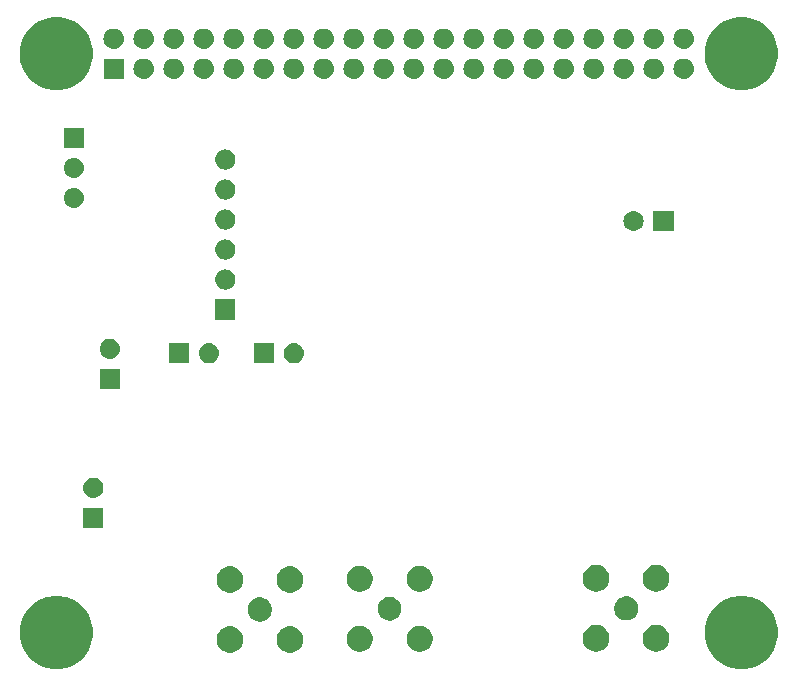
<source format=gbs>
G04 #@! TF.GenerationSoftware,KiCad,Pcbnew,5.0.1-33cea8e~67~ubuntu18.04.1*
G04 #@! TF.CreationDate,2018-10-19T14:06:38-05:00*
G04 #@! TF.ProjectId,PiHatAx5043,50694861744178353034332E6B696361,V1.3*
G04 #@! TF.SameCoordinates,Original*
G04 #@! TF.FileFunction,Soldermask,Bot*
G04 #@! TF.FilePolarity,Negative*
%FSLAX46Y46*%
G04 Gerber Fmt 4.6, Leading zero omitted, Abs format (unit mm)*
G04 Created by KiCad (PCBNEW 5.0.1-33cea8e~67~ubuntu18.04.1) date Fri 19 Oct 2018 02:06:38 PM CDT*
%MOMM*%
%LPD*%
G01*
G04 APERTURE LIST*
%ADD10C,0.100000*%
G04 APERTURE END LIST*
D10*
G36*
X48041100Y-88066790D02*
X48304237Y-88119131D01*
X48868401Y-88352815D01*
X49376135Y-88692072D01*
X49807928Y-89123865D01*
X50147185Y-89631599D01*
X50380869Y-90195763D01*
X50380869Y-90195764D01*
X50500000Y-90794675D01*
X50500000Y-91405325D01*
X50476760Y-91522158D01*
X50380869Y-92004237D01*
X50147185Y-92568401D01*
X49807928Y-93076135D01*
X49376135Y-93507928D01*
X48868401Y-93847185D01*
X48304237Y-94080869D01*
X48104599Y-94120579D01*
X47705325Y-94200000D01*
X47094675Y-94200000D01*
X46695401Y-94120579D01*
X46495763Y-94080869D01*
X45931599Y-93847185D01*
X45423865Y-93507928D01*
X44992072Y-93076135D01*
X44652815Y-92568401D01*
X44419131Y-92004237D01*
X44323240Y-91522158D01*
X44300000Y-91405325D01*
X44300000Y-90794675D01*
X44419131Y-90195764D01*
X44419131Y-90195763D01*
X44652815Y-89631599D01*
X44992072Y-89123865D01*
X45423865Y-88692072D01*
X45931599Y-88352815D01*
X46495763Y-88119131D01*
X46758900Y-88066790D01*
X47094675Y-88000000D01*
X47705325Y-88000000D01*
X48041100Y-88066790D01*
X48041100Y-88066790D01*
G37*
G36*
X106041100Y-88066790D02*
X106304237Y-88119131D01*
X106868401Y-88352815D01*
X107376135Y-88692072D01*
X107807928Y-89123865D01*
X108147185Y-89631599D01*
X108380869Y-90195763D01*
X108380869Y-90195764D01*
X108500000Y-90794675D01*
X108500000Y-91405325D01*
X108476760Y-91522158D01*
X108380869Y-92004237D01*
X108147185Y-92568401D01*
X107807928Y-93076135D01*
X107376135Y-93507928D01*
X106868401Y-93847185D01*
X106304237Y-94080869D01*
X106104599Y-94120579D01*
X105705325Y-94200000D01*
X105094675Y-94200000D01*
X104695401Y-94120579D01*
X104495763Y-94080869D01*
X103931599Y-93847185D01*
X103423865Y-93507928D01*
X102992072Y-93076135D01*
X102652815Y-92568401D01*
X102419131Y-92004237D01*
X102323240Y-91522158D01*
X102300000Y-91405325D01*
X102300000Y-90794675D01*
X102419131Y-90195764D01*
X102419131Y-90195763D01*
X102652815Y-89631599D01*
X102992072Y-89123865D01*
X103423865Y-88692072D01*
X103931599Y-88352815D01*
X104495763Y-88119131D01*
X104758900Y-88066790D01*
X105094675Y-88000000D01*
X105705325Y-88000000D01*
X106041100Y-88066790D01*
X106041100Y-88066790D01*
G37*
G36*
X67348140Y-90579808D02*
X67511150Y-90612233D01*
X67715887Y-90697038D01*
X67834178Y-90776078D01*
X67900148Y-90820158D01*
X68056842Y-90976852D01*
X68056844Y-90976855D01*
X68179962Y-91161113D01*
X68264767Y-91365850D01*
X68308000Y-91583197D01*
X68308000Y-91804803D01*
X68264767Y-92022150D01*
X68179962Y-92226887D01*
X68179961Y-92226888D01*
X68056842Y-92411148D01*
X67900148Y-92567842D01*
X67900145Y-92567844D01*
X67715887Y-92690962D01*
X67511150Y-92775767D01*
X67348140Y-92808192D01*
X67293804Y-92819000D01*
X67072196Y-92819000D01*
X67017860Y-92808192D01*
X66854850Y-92775767D01*
X66650113Y-92690962D01*
X66465855Y-92567844D01*
X66465852Y-92567842D01*
X66309158Y-92411148D01*
X66186039Y-92226888D01*
X66186038Y-92226887D01*
X66101233Y-92022150D01*
X66058000Y-91804803D01*
X66058000Y-91583197D01*
X66101233Y-91365850D01*
X66186038Y-91161113D01*
X66309156Y-90976855D01*
X66309158Y-90976852D01*
X66465852Y-90820158D01*
X66531822Y-90776078D01*
X66650113Y-90697038D01*
X66854850Y-90612233D01*
X67017860Y-90579808D01*
X67072196Y-90569000D01*
X67293804Y-90569000D01*
X67348140Y-90579808D01*
X67348140Y-90579808D01*
G37*
G36*
X62268140Y-90579808D02*
X62431150Y-90612233D01*
X62635887Y-90697038D01*
X62754178Y-90776078D01*
X62820148Y-90820158D01*
X62976842Y-90976852D01*
X62976844Y-90976855D01*
X63099962Y-91161113D01*
X63184767Y-91365850D01*
X63228000Y-91583197D01*
X63228000Y-91804803D01*
X63184767Y-92022150D01*
X63099962Y-92226887D01*
X63099961Y-92226888D01*
X62976842Y-92411148D01*
X62820148Y-92567842D01*
X62820145Y-92567844D01*
X62635887Y-92690962D01*
X62431150Y-92775767D01*
X62268140Y-92808192D01*
X62213804Y-92819000D01*
X61992196Y-92819000D01*
X61937860Y-92808192D01*
X61774850Y-92775767D01*
X61570113Y-92690962D01*
X61385855Y-92567844D01*
X61385852Y-92567842D01*
X61229158Y-92411148D01*
X61106039Y-92226888D01*
X61106038Y-92226887D01*
X61021233Y-92022150D01*
X60978000Y-91804803D01*
X60978000Y-91583197D01*
X61021233Y-91365850D01*
X61106038Y-91161113D01*
X61229156Y-90976855D01*
X61229158Y-90976852D01*
X61385852Y-90820158D01*
X61451822Y-90776078D01*
X61570113Y-90697038D01*
X61774850Y-90612233D01*
X61937860Y-90579808D01*
X61992196Y-90569000D01*
X62213804Y-90569000D01*
X62268140Y-90579808D01*
X62268140Y-90579808D01*
G37*
G36*
X78489357Y-90572772D02*
X78689542Y-90655691D01*
X78689545Y-90655693D01*
X78751424Y-90697039D01*
X78869713Y-90776078D01*
X79022922Y-90929287D01*
X79143309Y-91109458D01*
X79226228Y-91309643D01*
X79268500Y-91522158D01*
X79268500Y-91738842D01*
X79226228Y-91951357D01*
X79143309Y-92151542D01*
X79143307Y-92151545D01*
X79037733Y-92309548D01*
X79022922Y-92331713D01*
X78869713Y-92484922D01*
X78869710Y-92484924D01*
X78869709Y-92484925D01*
X78713410Y-92589361D01*
X78689542Y-92605309D01*
X78489357Y-92688228D01*
X78276842Y-92730500D01*
X78060158Y-92730500D01*
X77847643Y-92688228D01*
X77647458Y-92605309D01*
X77623590Y-92589361D01*
X77467291Y-92484925D01*
X77467290Y-92484924D01*
X77467287Y-92484922D01*
X77314078Y-92331713D01*
X77299268Y-92309548D01*
X77193693Y-92151545D01*
X77193691Y-92151542D01*
X77110772Y-91951357D01*
X77068500Y-91738842D01*
X77068500Y-91522158D01*
X77110772Y-91309643D01*
X77193691Y-91109458D01*
X77314078Y-90929287D01*
X77467287Y-90776078D01*
X77585577Y-90697039D01*
X77647455Y-90655693D01*
X77647458Y-90655691D01*
X77847643Y-90572772D01*
X78060158Y-90530500D01*
X78276842Y-90530500D01*
X78489357Y-90572772D01*
X78489357Y-90572772D01*
G37*
G36*
X73409357Y-90572772D02*
X73609542Y-90655691D01*
X73609545Y-90655693D01*
X73671424Y-90697039D01*
X73789713Y-90776078D01*
X73942922Y-90929287D01*
X74063309Y-91109458D01*
X74146228Y-91309643D01*
X74188500Y-91522158D01*
X74188500Y-91738842D01*
X74146228Y-91951357D01*
X74063309Y-92151542D01*
X74063307Y-92151545D01*
X73957733Y-92309548D01*
X73942922Y-92331713D01*
X73789713Y-92484922D01*
X73789710Y-92484924D01*
X73789709Y-92484925D01*
X73633410Y-92589361D01*
X73609542Y-92605309D01*
X73409357Y-92688228D01*
X73196842Y-92730500D01*
X72980158Y-92730500D01*
X72767643Y-92688228D01*
X72567458Y-92605309D01*
X72543590Y-92589361D01*
X72387291Y-92484925D01*
X72387290Y-92484924D01*
X72387287Y-92484922D01*
X72234078Y-92331713D01*
X72219268Y-92309548D01*
X72113693Y-92151545D01*
X72113691Y-92151542D01*
X72030772Y-91951357D01*
X71988500Y-91738842D01*
X71988500Y-91522158D01*
X72030772Y-91309643D01*
X72113691Y-91109458D01*
X72234078Y-90929287D01*
X72387287Y-90776078D01*
X72505577Y-90697039D01*
X72567455Y-90655693D01*
X72567458Y-90655691D01*
X72767643Y-90572772D01*
X72980158Y-90530500D01*
X73196842Y-90530500D01*
X73409357Y-90572772D01*
X73409357Y-90572772D01*
G37*
G36*
X98361540Y-90478208D02*
X98524550Y-90510633D01*
X98729287Y-90595438D01*
X98729288Y-90595439D01*
X98913548Y-90718558D01*
X99070242Y-90875252D01*
X99070244Y-90875255D01*
X99193362Y-91059513D01*
X99278167Y-91264250D01*
X99321400Y-91481597D01*
X99321400Y-91703203D01*
X99278167Y-91920550D01*
X99193362Y-92125287D01*
X99125474Y-92226888D01*
X99070242Y-92309548D01*
X98913548Y-92466242D01*
X98913545Y-92466244D01*
X98729287Y-92589362D01*
X98524550Y-92674167D01*
X98361540Y-92706592D01*
X98307204Y-92717400D01*
X98085596Y-92717400D01*
X98031260Y-92706592D01*
X97868250Y-92674167D01*
X97663513Y-92589362D01*
X97479255Y-92466244D01*
X97479252Y-92466242D01*
X97322558Y-92309548D01*
X97267326Y-92226888D01*
X97199438Y-92125287D01*
X97114633Y-91920550D01*
X97071400Y-91703203D01*
X97071400Y-91481597D01*
X97114633Y-91264250D01*
X97199438Y-91059513D01*
X97322556Y-90875255D01*
X97322558Y-90875252D01*
X97479252Y-90718558D01*
X97663512Y-90595439D01*
X97663513Y-90595438D01*
X97868250Y-90510633D01*
X98031260Y-90478208D01*
X98085596Y-90467400D01*
X98307204Y-90467400D01*
X98361540Y-90478208D01*
X98361540Y-90478208D01*
G37*
G36*
X93281540Y-90478208D02*
X93444550Y-90510633D01*
X93649287Y-90595438D01*
X93649288Y-90595439D01*
X93833548Y-90718558D01*
X93990242Y-90875252D01*
X93990244Y-90875255D01*
X94113362Y-91059513D01*
X94198167Y-91264250D01*
X94241400Y-91481597D01*
X94241400Y-91703203D01*
X94198167Y-91920550D01*
X94113362Y-92125287D01*
X94045474Y-92226888D01*
X93990242Y-92309548D01*
X93833548Y-92466242D01*
X93833545Y-92466244D01*
X93649287Y-92589362D01*
X93444550Y-92674167D01*
X93281540Y-92706592D01*
X93227204Y-92717400D01*
X93005596Y-92717400D01*
X92951260Y-92706592D01*
X92788250Y-92674167D01*
X92583513Y-92589362D01*
X92399255Y-92466244D01*
X92399252Y-92466242D01*
X92242558Y-92309548D01*
X92187326Y-92226888D01*
X92119438Y-92125287D01*
X92034633Y-91920550D01*
X91991400Y-91703203D01*
X91991400Y-91481597D01*
X92034633Y-91264250D01*
X92119438Y-91059513D01*
X92242556Y-90875255D01*
X92242558Y-90875252D01*
X92399252Y-90718558D01*
X92583512Y-90595439D01*
X92583513Y-90595438D01*
X92788250Y-90510633D01*
X92951260Y-90478208D01*
X93005596Y-90467400D01*
X93227204Y-90467400D01*
X93281540Y-90478208D01*
X93281540Y-90478208D01*
G37*
G36*
X64793461Y-88138848D02*
X64941982Y-88168390D01*
X65128520Y-88245656D01*
X65296400Y-88357830D01*
X65439170Y-88500600D01*
X65551344Y-88668480D01*
X65628610Y-88855018D01*
X65668000Y-89053046D01*
X65668000Y-89254954D01*
X65628610Y-89452982D01*
X65551344Y-89639520D01*
X65439170Y-89807400D01*
X65296400Y-89950170D01*
X65128520Y-90062344D01*
X64941982Y-90139610D01*
X64793461Y-90169153D01*
X64743955Y-90179000D01*
X64542045Y-90179000D01*
X64492539Y-90169153D01*
X64344018Y-90139610D01*
X64157480Y-90062344D01*
X63989600Y-89950170D01*
X63846830Y-89807400D01*
X63734656Y-89639520D01*
X63657390Y-89452982D01*
X63618000Y-89254954D01*
X63618000Y-89053046D01*
X63657390Y-88855018D01*
X63734656Y-88668480D01*
X63846830Y-88500600D01*
X63989600Y-88357830D01*
X64157480Y-88245656D01*
X64344018Y-88168390D01*
X64492539Y-88138848D01*
X64542045Y-88129000D01*
X64743955Y-88129000D01*
X64793461Y-88138848D01*
X64793461Y-88138848D01*
G37*
G36*
X75804270Y-88105872D02*
X75920189Y-88128929D01*
X76102178Y-88204311D01*
X76265963Y-88313749D01*
X76405251Y-88453037D01*
X76514689Y-88616822D01*
X76590071Y-88798811D01*
X76613128Y-88914730D01*
X76620432Y-88951445D01*
X76628500Y-88992009D01*
X76628500Y-89188991D01*
X76590071Y-89382189D01*
X76514689Y-89564178D01*
X76405251Y-89727963D01*
X76265963Y-89867251D01*
X76102178Y-89976689D01*
X75920189Y-90052071D01*
X75804270Y-90075128D01*
X75726993Y-90090500D01*
X75530007Y-90090500D01*
X75452730Y-90075128D01*
X75336811Y-90052071D01*
X75154822Y-89976689D01*
X74991037Y-89867251D01*
X74851749Y-89727963D01*
X74742311Y-89564178D01*
X74666929Y-89382189D01*
X74628500Y-89188991D01*
X74628500Y-88992009D01*
X74636569Y-88951445D01*
X74643872Y-88914730D01*
X74666929Y-88798811D01*
X74742311Y-88616822D01*
X74851749Y-88453037D01*
X74991037Y-88313749D01*
X75154822Y-88204311D01*
X75336811Y-88128929D01*
X75452730Y-88105872D01*
X75530007Y-88090500D01*
X75726993Y-88090500D01*
X75804270Y-88105872D01*
X75804270Y-88105872D01*
G37*
G36*
X95806861Y-88037248D02*
X95955382Y-88066790D01*
X96141920Y-88144056D01*
X96309800Y-88256230D01*
X96452570Y-88399000D01*
X96564744Y-88566880D01*
X96642010Y-88753418D01*
X96681400Y-88951446D01*
X96681400Y-89153354D01*
X96642010Y-89351382D01*
X96564744Y-89537920D01*
X96452570Y-89705800D01*
X96309800Y-89848570D01*
X96141920Y-89960744D01*
X95955382Y-90038010D01*
X95833056Y-90062342D01*
X95757355Y-90077400D01*
X95555445Y-90077400D01*
X95479744Y-90062342D01*
X95357418Y-90038010D01*
X95170880Y-89960744D01*
X95003000Y-89848570D01*
X94860230Y-89705800D01*
X94748056Y-89537920D01*
X94670790Y-89351382D01*
X94631400Y-89153354D01*
X94631400Y-88951446D01*
X94670790Y-88753418D01*
X94748056Y-88566880D01*
X94860230Y-88399000D01*
X95003000Y-88256230D01*
X95170880Y-88144056D01*
X95357418Y-88066790D01*
X95505939Y-88037247D01*
X95555445Y-88027400D01*
X95757355Y-88027400D01*
X95806861Y-88037248D01*
X95806861Y-88037248D01*
G37*
G36*
X67348140Y-85499808D02*
X67511150Y-85532233D01*
X67715887Y-85617038D01*
X67834178Y-85696078D01*
X67900148Y-85740158D01*
X68056842Y-85896852D01*
X68056844Y-85896855D01*
X68179962Y-86081113D01*
X68264767Y-86285850D01*
X68308000Y-86503197D01*
X68308000Y-86724803D01*
X68264767Y-86942150D01*
X68179962Y-87146887D01*
X68179961Y-87146888D01*
X68056842Y-87331148D01*
X67900148Y-87487842D01*
X67900145Y-87487844D01*
X67715887Y-87610962D01*
X67511150Y-87695767D01*
X67348140Y-87728192D01*
X67293804Y-87739000D01*
X67072196Y-87739000D01*
X67017860Y-87728192D01*
X66854850Y-87695767D01*
X66650113Y-87610962D01*
X66465855Y-87487844D01*
X66465852Y-87487842D01*
X66309158Y-87331148D01*
X66186039Y-87146888D01*
X66186038Y-87146887D01*
X66101233Y-86942150D01*
X66058000Y-86724803D01*
X66058000Y-86503197D01*
X66101233Y-86285850D01*
X66186038Y-86081113D01*
X66309156Y-85896855D01*
X66309158Y-85896852D01*
X66465852Y-85740158D01*
X66531822Y-85696078D01*
X66650113Y-85617038D01*
X66854850Y-85532233D01*
X67017860Y-85499808D01*
X67072196Y-85489000D01*
X67293804Y-85489000D01*
X67348140Y-85499808D01*
X67348140Y-85499808D01*
G37*
G36*
X62268140Y-85499808D02*
X62431150Y-85532233D01*
X62635887Y-85617038D01*
X62754178Y-85696078D01*
X62820148Y-85740158D01*
X62976842Y-85896852D01*
X62976844Y-85896855D01*
X63099962Y-86081113D01*
X63184767Y-86285850D01*
X63228000Y-86503197D01*
X63228000Y-86724803D01*
X63184767Y-86942150D01*
X63099962Y-87146887D01*
X63099961Y-87146888D01*
X62976842Y-87331148D01*
X62820148Y-87487842D01*
X62820145Y-87487844D01*
X62635887Y-87610962D01*
X62431150Y-87695767D01*
X62268140Y-87728192D01*
X62213804Y-87739000D01*
X61992196Y-87739000D01*
X61937860Y-87728192D01*
X61774850Y-87695767D01*
X61570113Y-87610962D01*
X61385855Y-87487844D01*
X61385852Y-87487842D01*
X61229158Y-87331148D01*
X61106039Y-87146888D01*
X61106038Y-87146887D01*
X61021233Y-86942150D01*
X60978000Y-86724803D01*
X60978000Y-86503197D01*
X61021233Y-86285850D01*
X61106038Y-86081113D01*
X61229156Y-85896855D01*
X61229158Y-85896852D01*
X61385852Y-85740158D01*
X61451822Y-85696078D01*
X61570113Y-85617038D01*
X61774850Y-85532233D01*
X61937860Y-85499808D01*
X61992196Y-85489000D01*
X62213804Y-85489000D01*
X62268140Y-85499808D01*
X62268140Y-85499808D01*
G37*
G36*
X73409357Y-85492772D02*
X73609542Y-85575691D01*
X73609545Y-85575693D01*
X73671424Y-85617039D01*
X73789713Y-85696078D01*
X73942922Y-85849287D01*
X74063309Y-86029458D01*
X74146228Y-86229643D01*
X74188500Y-86442158D01*
X74188500Y-86658842D01*
X74146228Y-86871357D01*
X74063309Y-87071542D01*
X74063307Y-87071545D01*
X73957733Y-87229548D01*
X73942922Y-87251713D01*
X73789713Y-87404922D01*
X73609542Y-87525309D01*
X73409357Y-87608228D01*
X73196842Y-87650500D01*
X72980158Y-87650500D01*
X72767643Y-87608228D01*
X72567458Y-87525309D01*
X72387287Y-87404922D01*
X72234078Y-87251713D01*
X72219268Y-87229548D01*
X72113693Y-87071545D01*
X72113691Y-87071542D01*
X72030772Y-86871357D01*
X71988500Y-86658842D01*
X71988500Y-86442158D01*
X72030772Y-86229643D01*
X72113691Y-86029458D01*
X72234078Y-85849287D01*
X72387287Y-85696078D01*
X72505577Y-85617039D01*
X72567455Y-85575693D01*
X72567458Y-85575691D01*
X72767643Y-85492772D01*
X72980158Y-85450500D01*
X73196842Y-85450500D01*
X73409357Y-85492772D01*
X73409357Y-85492772D01*
G37*
G36*
X78489357Y-85492772D02*
X78689542Y-85575691D01*
X78689545Y-85575693D01*
X78751424Y-85617039D01*
X78869713Y-85696078D01*
X79022922Y-85849287D01*
X79143309Y-86029458D01*
X79226228Y-86229643D01*
X79268500Y-86442158D01*
X79268500Y-86658842D01*
X79226228Y-86871357D01*
X79143309Y-87071542D01*
X79143307Y-87071545D01*
X79037733Y-87229548D01*
X79022922Y-87251713D01*
X78869713Y-87404922D01*
X78689542Y-87525309D01*
X78489357Y-87608228D01*
X78276842Y-87650500D01*
X78060158Y-87650500D01*
X77847643Y-87608228D01*
X77647458Y-87525309D01*
X77467287Y-87404922D01*
X77314078Y-87251713D01*
X77299268Y-87229548D01*
X77193693Y-87071545D01*
X77193691Y-87071542D01*
X77110772Y-86871357D01*
X77068500Y-86658842D01*
X77068500Y-86442158D01*
X77110772Y-86229643D01*
X77193691Y-86029458D01*
X77314078Y-85849287D01*
X77467287Y-85696078D01*
X77585577Y-85617039D01*
X77647455Y-85575693D01*
X77647458Y-85575691D01*
X77847643Y-85492772D01*
X78060158Y-85450500D01*
X78276842Y-85450500D01*
X78489357Y-85492772D01*
X78489357Y-85492772D01*
G37*
G36*
X93281540Y-85398208D02*
X93444550Y-85430633D01*
X93649287Y-85515438D01*
X93649288Y-85515439D01*
X93833548Y-85638558D01*
X93990242Y-85795252D01*
X93990244Y-85795255D01*
X94113362Y-85979513D01*
X94198167Y-86184250D01*
X94241400Y-86401597D01*
X94241400Y-86623203D01*
X94198167Y-86840550D01*
X94113362Y-87045287D01*
X94045474Y-87146888D01*
X93990242Y-87229548D01*
X93833548Y-87386242D01*
X93833545Y-87386244D01*
X93649287Y-87509362D01*
X93444550Y-87594167D01*
X93281540Y-87626592D01*
X93227204Y-87637400D01*
X93005596Y-87637400D01*
X92951260Y-87626592D01*
X92788250Y-87594167D01*
X92583513Y-87509362D01*
X92399255Y-87386244D01*
X92399252Y-87386242D01*
X92242558Y-87229548D01*
X92187326Y-87146888D01*
X92119438Y-87045287D01*
X92034633Y-86840550D01*
X91991400Y-86623203D01*
X91991400Y-86401597D01*
X92034633Y-86184250D01*
X92119438Y-85979513D01*
X92242556Y-85795255D01*
X92242558Y-85795252D01*
X92399252Y-85638558D01*
X92583512Y-85515439D01*
X92583513Y-85515438D01*
X92788250Y-85430633D01*
X92951260Y-85398208D01*
X93005596Y-85387400D01*
X93227204Y-85387400D01*
X93281540Y-85398208D01*
X93281540Y-85398208D01*
G37*
G36*
X98361540Y-85398208D02*
X98524550Y-85430633D01*
X98729287Y-85515438D01*
X98729288Y-85515439D01*
X98913548Y-85638558D01*
X99070242Y-85795252D01*
X99070244Y-85795255D01*
X99193362Y-85979513D01*
X99278167Y-86184250D01*
X99321400Y-86401597D01*
X99321400Y-86623203D01*
X99278167Y-86840550D01*
X99193362Y-87045287D01*
X99125474Y-87146888D01*
X99070242Y-87229548D01*
X98913548Y-87386242D01*
X98913545Y-87386244D01*
X98729287Y-87509362D01*
X98524550Y-87594167D01*
X98361540Y-87626592D01*
X98307204Y-87637400D01*
X98085596Y-87637400D01*
X98031260Y-87626592D01*
X97868250Y-87594167D01*
X97663513Y-87509362D01*
X97479255Y-87386244D01*
X97479252Y-87386242D01*
X97322558Y-87229548D01*
X97267326Y-87146888D01*
X97199438Y-87045287D01*
X97114633Y-86840550D01*
X97071400Y-86623203D01*
X97071400Y-86401597D01*
X97114633Y-86184250D01*
X97199438Y-85979513D01*
X97322556Y-85795255D01*
X97322558Y-85795252D01*
X97479252Y-85638558D01*
X97663512Y-85515439D01*
X97663513Y-85515438D01*
X97868250Y-85430633D01*
X98031260Y-85398208D01*
X98085596Y-85387400D01*
X98307204Y-85387400D01*
X98361540Y-85398208D01*
X98361540Y-85398208D01*
G37*
G36*
X51396000Y-82231600D02*
X49696000Y-82231600D01*
X49696000Y-80531600D01*
X51396000Y-80531600D01*
X51396000Y-82231600D01*
X51396000Y-82231600D01*
G37*
G36*
X50712630Y-78003899D02*
X50872855Y-78052503D01*
X51020520Y-78131431D01*
X51149949Y-78237651D01*
X51256169Y-78367080D01*
X51335097Y-78514745D01*
X51383701Y-78674970D01*
X51400112Y-78841600D01*
X51383701Y-79008230D01*
X51335097Y-79168455D01*
X51256169Y-79316120D01*
X51149949Y-79445549D01*
X51020520Y-79551769D01*
X50872855Y-79630697D01*
X50712630Y-79679301D01*
X50587752Y-79691600D01*
X50504248Y-79691600D01*
X50379370Y-79679301D01*
X50219145Y-79630697D01*
X50071480Y-79551769D01*
X49942051Y-79445549D01*
X49835831Y-79316120D01*
X49756903Y-79168455D01*
X49708299Y-79008230D01*
X49691888Y-78841600D01*
X49708299Y-78674970D01*
X49756903Y-78514745D01*
X49835831Y-78367080D01*
X49942051Y-78237651D01*
X50071480Y-78131431D01*
X50219145Y-78052503D01*
X50379370Y-78003899D01*
X50504248Y-77991600D01*
X50587752Y-77991600D01*
X50712630Y-78003899D01*
X50712630Y-78003899D01*
G37*
G36*
X52793000Y-70471400D02*
X51093000Y-70471400D01*
X51093000Y-68771400D01*
X52793000Y-68771400D01*
X52793000Y-70471400D01*
X52793000Y-70471400D01*
G37*
G36*
X67679830Y-66624699D02*
X67840055Y-66673303D01*
X67987720Y-66752231D01*
X68117149Y-66858451D01*
X68223369Y-66987880D01*
X68302297Y-67135545D01*
X68350901Y-67295770D01*
X68367312Y-67462400D01*
X68350901Y-67629030D01*
X68302297Y-67789255D01*
X68223369Y-67936920D01*
X68117149Y-68066349D01*
X67987720Y-68172569D01*
X67840055Y-68251497D01*
X67679830Y-68300101D01*
X67554952Y-68312400D01*
X67471448Y-68312400D01*
X67346570Y-68300101D01*
X67186345Y-68251497D01*
X67038680Y-68172569D01*
X66909251Y-68066349D01*
X66803031Y-67936920D01*
X66724103Y-67789255D01*
X66675499Y-67629030D01*
X66659088Y-67462400D01*
X66675499Y-67295770D01*
X66724103Y-67135545D01*
X66803031Y-66987880D01*
X66909251Y-66858451D01*
X67038680Y-66752231D01*
X67186345Y-66673303D01*
X67346570Y-66624699D01*
X67471448Y-66612400D01*
X67554952Y-66612400D01*
X67679830Y-66624699D01*
X67679830Y-66624699D01*
G37*
G36*
X60491630Y-66624699D02*
X60651855Y-66673303D01*
X60799520Y-66752231D01*
X60928949Y-66858451D01*
X61035169Y-66987880D01*
X61114097Y-67135545D01*
X61162701Y-67295770D01*
X61179112Y-67462400D01*
X61162701Y-67629030D01*
X61114097Y-67789255D01*
X61035169Y-67936920D01*
X60928949Y-68066349D01*
X60799520Y-68172569D01*
X60651855Y-68251497D01*
X60491630Y-68300101D01*
X60366752Y-68312400D01*
X60283248Y-68312400D01*
X60158370Y-68300101D01*
X59998145Y-68251497D01*
X59850480Y-68172569D01*
X59721051Y-68066349D01*
X59614831Y-67936920D01*
X59535903Y-67789255D01*
X59487299Y-67629030D01*
X59470888Y-67462400D01*
X59487299Y-67295770D01*
X59535903Y-67135545D01*
X59614831Y-66987880D01*
X59721051Y-66858451D01*
X59850480Y-66752231D01*
X59998145Y-66673303D01*
X60158370Y-66624699D01*
X60283248Y-66612400D01*
X60366752Y-66612400D01*
X60491630Y-66624699D01*
X60491630Y-66624699D01*
G37*
G36*
X58635000Y-68312400D02*
X56935000Y-68312400D01*
X56935000Y-66612400D01*
X58635000Y-66612400D01*
X58635000Y-68312400D01*
X58635000Y-68312400D01*
G37*
G36*
X65823200Y-68312400D02*
X64123200Y-68312400D01*
X64123200Y-66612400D01*
X65823200Y-66612400D01*
X65823200Y-68312400D01*
X65823200Y-68312400D01*
G37*
G36*
X52109630Y-66243699D02*
X52269855Y-66292303D01*
X52417520Y-66371231D01*
X52546949Y-66477451D01*
X52653169Y-66606880D01*
X52732097Y-66754545D01*
X52780701Y-66914770D01*
X52797112Y-67081400D01*
X52780701Y-67248030D01*
X52732097Y-67408255D01*
X52653169Y-67555920D01*
X52546949Y-67685349D01*
X52417520Y-67791569D01*
X52269855Y-67870497D01*
X52109630Y-67919101D01*
X51984752Y-67931400D01*
X51901248Y-67931400D01*
X51776370Y-67919101D01*
X51616145Y-67870497D01*
X51468480Y-67791569D01*
X51339051Y-67685349D01*
X51232831Y-67555920D01*
X51153903Y-67408255D01*
X51105299Y-67248030D01*
X51088888Y-67081400D01*
X51105299Y-66914770D01*
X51153903Y-66754545D01*
X51232831Y-66606880D01*
X51339051Y-66477451D01*
X51468480Y-66371231D01*
X51616145Y-66292303D01*
X51776370Y-66243699D01*
X51901248Y-66231400D01*
X51984752Y-66231400D01*
X52109630Y-66243699D01*
X52109630Y-66243699D01*
G37*
G36*
X62572000Y-64604000D02*
X60872000Y-64604000D01*
X60872000Y-62904000D01*
X62572000Y-62904000D01*
X62572000Y-64604000D01*
X62572000Y-64604000D01*
G37*
G36*
X61888630Y-60376299D02*
X62048855Y-60424903D01*
X62196520Y-60503831D01*
X62325949Y-60610051D01*
X62432169Y-60739480D01*
X62511097Y-60887145D01*
X62559701Y-61047370D01*
X62576112Y-61214000D01*
X62559701Y-61380630D01*
X62511097Y-61540855D01*
X62432169Y-61688520D01*
X62325949Y-61817949D01*
X62196520Y-61924169D01*
X62048855Y-62003097D01*
X61888630Y-62051701D01*
X61763752Y-62064000D01*
X61680248Y-62064000D01*
X61555370Y-62051701D01*
X61395145Y-62003097D01*
X61247480Y-61924169D01*
X61118051Y-61817949D01*
X61011831Y-61688520D01*
X60932903Y-61540855D01*
X60884299Y-61380630D01*
X60867888Y-61214000D01*
X60884299Y-61047370D01*
X60932903Y-60887145D01*
X61011831Y-60739480D01*
X61118051Y-60610051D01*
X61247480Y-60503831D01*
X61395145Y-60424903D01*
X61555370Y-60376299D01*
X61680248Y-60364000D01*
X61763752Y-60364000D01*
X61888630Y-60376299D01*
X61888630Y-60376299D01*
G37*
G36*
X61888630Y-57836299D02*
X62048855Y-57884903D01*
X62196520Y-57963831D01*
X62325949Y-58070051D01*
X62432169Y-58199480D01*
X62511097Y-58347145D01*
X62559701Y-58507370D01*
X62576112Y-58674000D01*
X62559701Y-58840630D01*
X62511097Y-59000855D01*
X62432169Y-59148520D01*
X62325949Y-59277949D01*
X62196520Y-59384169D01*
X62048855Y-59463097D01*
X61888630Y-59511701D01*
X61763752Y-59524000D01*
X61680248Y-59524000D01*
X61555370Y-59511701D01*
X61395145Y-59463097D01*
X61247480Y-59384169D01*
X61118051Y-59277949D01*
X61011831Y-59148520D01*
X60932903Y-59000855D01*
X60884299Y-58840630D01*
X60867888Y-58674000D01*
X60884299Y-58507370D01*
X60932903Y-58347145D01*
X61011831Y-58199480D01*
X61118051Y-58070051D01*
X61247480Y-57963831D01*
X61395145Y-57884903D01*
X61555370Y-57836299D01*
X61680248Y-57824000D01*
X61763752Y-57824000D01*
X61888630Y-57836299D01*
X61888630Y-57836299D01*
G37*
G36*
X96445330Y-55423299D02*
X96605555Y-55471903D01*
X96753220Y-55550831D01*
X96882649Y-55657051D01*
X96988869Y-55786480D01*
X97067797Y-55934145D01*
X97116401Y-56094370D01*
X97132812Y-56261000D01*
X97116401Y-56427630D01*
X97067797Y-56587855D01*
X96988869Y-56735520D01*
X96882649Y-56864949D01*
X96753220Y-56971169D01*
X96605555Y-57050097D01*
X96445330Y-57098701D01*
X96320452Y-57111000D01*
X96236948Y-57111000D01*
X96112070Y-57098701D01*
X95951845Y-57050097D01*
X95804180Y-56971169D01*
X95674751Y-56864949D01*
X95568531Y-56735520D01*
X95489603Y-56587855D01*
X95440999Y-56427630D01*
X95424588Y-56261000D01*
X95440999Y-56094370D01*
X95489603Y-55934145D01*
X95568531Y-55786480D01*
X95674751Y-55657051D01*
X95804180Y-55550831D01*
X95951845Y-55471903D01*
X96112070Y-55423299D01*
X96236948Y-55411000D01*
X96320452Y-55411000D01*
X96445330Y-55423299D01*
X96445330Y-55423299D01*
G37*
G36*
X99668700Y-57111000D02*
X97968700Y-57111000D01*
X97968700Y-55411000D01*
X99668700Y-55411000D01*
X99668700Y-57111000D01*
X99668700Y-57111000D01*
G37*
G36*
X61888630Y-55296299D02*
X62048855Y-55344903D01*
X62196520Y-55423831D01*
X62325949Y-55530051D01*
X62432169Y-55659480D01*
X62511097Y-55807145D01*
X62559701Y-55967370D01*
X62576112Y-56134000D01*
X62559701Y-56300630D01*
X62511097Y-56460855D01*
X62432169Y-56608520D01*
X62325949Y-56737949D01*
X62196520Y-56844169D01*
X62048855Y-56923097D01*
X61888630Y-56971701D01*
X61763752Y-56984000D01*
X61680248Y-56984000D01*
X61555370Y-56971701D01*
X61395145Y-56923097D01*
X61247480Y-56844169D01*
X61118051Y-56737949D01*
X61011831Y-56608520D01*
X60932903Y-56460855D01*
X60884299Y-56300630D01*
X60867888Y-56134000D01*
X60884299Y-55967370D01*
X60932903Y-55807145D01*
X61011831Y-55659480D01*
X61118051Y-55530051D01*
X61247480Y-55423831D01*
X61395145Y-55344903D01*
X61555370Y-55296299D01*
X61680248Y-55284000D01*
X61763752Y-55284000D01*
X61888630Y-55296299D01*
X61888630Y-55296299D01*
G37*
G36*
X49061630Y-53467499D02*
X49221855Y-53516103D01*
X49369520Y-53595031D01*
X49498949Y-53701251D01*
X49605169Y-53830680D01*
X49684097Y-53978345D01*
X49732701Y-54138570D01*
X49749112Y-54305200D01*
X49732701Y-54471830D01*
X49684097Y-54632055D01*
X49605169Y-54779720D01*
X49498949Y-54909149D01*
X49369520Y-55015369D01*
X49221855Y-55094297D01*
X49061630Y-55142901D01*
X48936752Y-55155200D01*
X48853248Y-55155200D01*
X48728370Y-55142901D01*
X48568145Y-55094297D01*
X48420480Y-55015369D01*
X48291051Y-54909149D01*
X48184831Y-54779720D01*
X48105903Y-54632055D01*
X48057299Y-54471830D01*
X48040888Y-54305200D01*
X48057299Y-54138570D01*
X48105903Y-53978345D01*
X48184831Y-53830680D01*
X48291051Y-53701251D01*
X48420480Y-53595031D01*
X48568145Y-53516103D01*
X48728370Y-53467499D01*
X48853248Y-53455200D01*
X48936752Y-53455200D01*
X49061630Y-53467499D01*
X49061630Y-53467499D01*
G37*
G36*
X61888630Y-52756299D02*
X62048855Y-52804903D01*
X62196520Y-52883831D01*
X62325949Y-52990051D01*
X62432169Y-53119480D01*
X62511097Y-53267145D01*
X62559701Y-53427370D01*
X62576112Y-53594000D01*
X62559701Y-53760630D01*
X62511097Y-53920855D01*
X62432169Y-54068520D01*
X62325949Y-54197949D01*
X62196520Y-54304169D01*
X62048855Y-54383097D01*
X61888630Y-54431701D01*
X61763752Y-54444000D01*
X61680248Y-54444000D01*
X61555370Y-54431701D01*
X61395145Y-54383097D01*
X61247480Y-54304169D01*
X61118051Y-54197949D01*
X61011831Y-54068520D01*
X60932903Y-53920855D01*
X60884299Y-53760630D01*
X60867888Y-53594000D01*
X60884299Y-53427370D01*
X60932903Y-53267145D01*
X61011831Y-53119480D01*
X61118051Y-52990051D01*
X61247480Y-52883831D01*
X61395145Y-52804903D01*
X61555370Y-52756299D01*
X61680248Y-52744000D01*
X61763752Y-52744000D01*
X61888630Y-52756299D01*
X61888630Y-52756299D01*
G37*
G36*
X49061630Y-50927499D02*
X49221855Y-50976103D01*
X49369520Y-51055031D01*
X49498949Y-51161251D01*
X49605169Y-51290680D01*
X49684097Y-51438345D01*
X49732701Y-51598570D01*
X49749112Y-51765200D01*
X49732701Y-51931830D01*
X49684097Y-52092055D01*
X49605169Y-52239720D01*
X49498949Y-52369149D01*
X49369520Y-52475369D01*
X49221855Y-52554297D01*
X49061630Y-52602901D01*
X48936752Y-52615200D01*
X48853248Y-52615200D01*
X48728370Y-52602901D01*
X48568145Y-52554297D01*
X48420480Y-52475369D01*
X48291051Y-52369149D01*
X48184831Y-52239720D01*
X48105903Y-52092055D01*
X48057299Y-51931830D01*
X48040888Y-51765200D01*
X48057299Y-51598570D01*
X48105903Y-51438345D01*
X48184831Y-51290680D01*
X48291051Y-51161251D01*
X48420480Y-51055031D01*
X48568145Y-50976103D01*
X48728370Y-50927499D01*
X48853248Y-50915200D01*
X48936752Y-50915200D01*
X49061630Y-50927499D01*
X49061630Y-50927499D01*
G37*
G36*
X61888630Y-50216299D02*
X62048855Y-50264903D01*
X62196520Y-50343831D01*
X62325949Y-50450051D01*
X62432169Y-50579480D01*
X62511097Y-50727145D01*
X62559701Y-50887370D01*
X62576112Y-51054000D01*
X62559701Y-51220630D01*
X62511097Y-51380855D01*
X62432169Y-51528520D01*
X62325949Y-51657949D01*
X62196520Y-51764169D01*
X62048855Y-51843097D01*
X61888630Y-51891701D01*
X61763752Y-51904000D01*
X61680248Y-51904000D01*
X61555370Y-51891701D01*
X61395145Y-51843097D01*
X61247480Y-51764169D01*
X61118051Y-51657949D01*
X61011831Y-51528520D01*
X60932903Y-51380855D01*
X60884299Y-51220630D01*
X60867888Y-51054000D01*
X60884299Y-50887370D01*
X60932903Y-50727145D01*
X61011831Y-50579480D01*
X61118051Y-50450051D01*
X61247480Y-50343831D01*
X61395145Y-50264903D01*
X61555370Y-50216299D01*
X61680248Y-50204000D01*
X61763752Y-50204000D01*
X61888630Y-50216299D01*
X61888630Y-50216299D01*
G37*
G36*
X49745000Y-50075200D02*
X48045000Y-50075200D01*
X48045000Y-48375200D01*
X49745000Y-48375200D01*
X49745000Y-50075200D01*
X49745000Y-50075200D01*
G37*
G36*
X48104599Y-39079421D02*
X48304237Y-39119131D01*
X48868401Y-39352815D01*
X49376135Y-39692072D01*
X49807928Y-40123865D01*
X50147185Y-40631599D01*
X50366920Y-41162088D01*
X50380869Y-41195764D01*
X50500000Y-41794675D01*
X50500000Y-42405325D01*
X50430169Y-42756388D01*
X50380869Y-43004237D01*
X50147185Y-43568401D01*
X49807928Y-44076135D01*
X49376135Y-44507928D01*
X48868401Y-44847185D01*
X48304237Y-45080869D01*
X48104599Y-45120579D01*
X47705325Y-45200000D01*
X47094675Y-45200000D01*
X46695401Y-45120579D01*
X46495763Y-45080869D01*
X45931599Y-44847185D01*
X45423865Y-44507928D01*
X44992072Y-44076135D01*
X44652815Y-43568401D01*
X44419131Y-43004237D01*
X44369831Y-42756388D01*
X44300000Y-42405325D01*
X44300000Y-41794675D01*
X44419131Y-41195764D01*
X44433080Y-41162088D01*
X44652815Y-40631599D01*
X44992072Y-40123865D01*
X45423865Y-39692072D01*
X45931599Y-39352815D01*
X46495763Y-39119131D01*
X46695401Y-39079421D01*
X47094675Y-39000000D01*
X47705325Y-39000000D01*
X48104599Y-39079421D01*
X48104599Y-39079421D01*
G37*
G36*
X106104599Y-39079421D02*
X106304237Y-39119131D01*
X106868401Y-39352815D01*
X107376135Y-39692072D01*
X107807928Y-40123865D01*
X108147185Y-40631599D01*
X108366920Y-41162088D01*
X108380869Y-41195764D01*
X108500000Y-41794675D01*
X108500000Y-42405325D01*
X108430169Y-42756388D01*
X108380869Y-43004237D01*
X108147185Y-43568401D01*
X107807928Y-44076135D01*
X107376135Y-44507928D01*
X106868401Y-44847185D01*
X106304237Y-45080869D01*
X106104599Y-45120579D01*
X105705325Y-45200000D01*
X105094675Y-45200000D01*
X104695401Y-45120579D01*
X104495763Y-45080869D01*
X103931599Y-44847185D01*
X103423865Y-44507928D01*
X102992072Y-44076135D01*
X102652815Y-43568401D01*
X102419131Y-43004237D01*
X102369831Y-42756388D01*
X102300000Y-42405325D01*
X102300000Y-41794675D01*
X102419131Y-41195764D01*
X102433080Y-41162088D01*
X102652815Y-40631599D01*
X102992072Y-40123865D01*
X103423865Y-39692072D01*
X103931599Y-39352815D01*
X104495763Y-39119131D01*
X104695401Y-39079421D01*
X105094675Y-39000000D01*
X105705325Y-39000000D01*
X106104599Y-39079421D01*
X106104599Y-39079421D01*
G37*
G36*
X65054712Y-42510565D02*
X65139295Y-42518896D01*
X65259727Y-42555429D01*
X65302088Y-42568279D01*
X65452112Y-42648468D01*
X65583612Y-42756388D01*
X65691532Y-42887888D01*
X65771721Y-43037912D01*
X65771722Y-43037916D01*
X65821104Y-43200705D01*
X65837778Y-43370000D01*
X65821104Y-43539295D01*
X65784571Y-43659727D01*
X65771721Y-43702088D01*
X65691532Y-43852112D01*
X65583612Y-43983612D01*
X65452112Y-44091532D01*
X65302088Y-44171721D01*
X65259727Y-44184571D01*
X65139295Y-44221104D01*
X65054712Y-44229435D01*
X65012421Y-44233600D01*
X64927579Y-44233600D01*
X64885288Y-44229435D01*
X64800705Y-44221104D01*
X64680273Y-44184571D01*
X64637912Y-44171721D01*
X64487888Y-44091532D01*
X64356388Y-43983612D01*
X64248468Y-43852112D01*
X64168279Y-43702088D01*
X64155429Y-43659727D01*
X64118896Y-43539295D01*
X64102222Y-43370000D01*
X64118896Y-43200705D01*
X64168278Y-43037916D01*
X64168279Y-43037912D01*
X64248468Y-42887888D01*
X64356388Y-42756388D01*
X64487888Y-42648468D01*
X64637912Y-42568279D01*
X64680273Y-42555429D01*
X64800705Y-42518896D01*
X64885288Y-42510565D01*
X64927579Y-42506400D01*
X65012421Y-42506400D01*
X65054712Y-42510565D01*
X65054712Y-42510565D01*
G37*
G36*
X100614712Y-42510565D02*
X100699295Y-42518896D01*
X100819727Y-42555429D01*
X100862088Y-42568279D01*
X101012112Y-42648468D01*
X101143612Y-42756388D01*
X101251532Y-42887888D01*
X101331721Y-43037912D01*
X101331722Y-43037916D01*
X101381104Y-43200705D01*
X101397778Y-43370000D01*
X101381104Y-43539295D01*
X101344571Y-43659727D01*
X101331721Y-43702088D01*
X101251532Y-43852112D01*
X101143612Y-43983612D01*
X101012112Y-44091532D01*
X100862088Y-44171721D01*
X100819727Y-44184571D01*
X100699295Y-44221104D01*
X100614712Y-44229435D01*
X100572421Y-44233600D01*
X100487579Y-44233600D01*
X100445288Y-44229435D01*
X100360705Y-44221104D01*
X100240273Y-44184571D01*
X100197912Y-44171721D01*
X100047888Y-44091532D01*
X99916388Y-43983612D01*
X99808468Y-43852112D01*
X99728279Y-43702088D01*
X99715429Y-43659727D01*
X99678896Y-43539295D01*
X99662222Y-43370000D01*
X99678896Y-43200705D01*
X99728278Y-43037916D01*
X99728279Y-43037912D01*
X99808468Y-42887888D01*
X99916388Y-42756388D01*
X100047888Y-42648468D01*
X100197912Y-42568279D01*
X100240273Y-42555429D01*
X100360705Y-42518896D01*
X100445288Y-42510565D01*
X100487579Y-42506400D01*
X100572421Y-42506400D01*
X100614712Y-42510565D01*
X100614712Y-42510565D01*
G37*
G36*
X62514712Y-42510565D02*
X62599295Y-42518896D01*
X62719727Y-42555429D01*
X62762088Y-42568279D01*
X62912112Y-42648468D01*
X63043612Y-42756388D01*
X63151532Y-42887888D01*
X63231721Y-43037912D01*
X63231722Y-43037916D01*
X63281104Y-43200705D01*
X63297778Y-43370000D01*
X63281104Y-43539295D01*
X63244571Y-43659727D01*
X63231721Y-43702088D01*
X63151532Y-43852112D01*
X63043612Y-43983612D01*
X62912112Y-44091532D01*
X62762088Y-44171721D01*
X62719727Y-44184571D01*
X62599295Y-44221104D01*
X62514712Y-44229435D01*
X62472421Y-44233600D01*
X62387579Y-44233600D01*
X62345288Y-44229435D01*
X62260705Y-44221104D01*
X62140273Y-44184571D01*
X62097912Y-44171721D01*
X61947888Y-44091532D01*
X61816388Y-43983612D01*
X61708468Y-43852112D01*
X61628279Y-43702088D01*
X61615429Y-43659727D01*
X61578896Y-43539295D01*
X61562222Y-43370000D01*
X61578896Y-43200705D01*
X61628278Y-43037916D01*
X61628279Y-43037912D01*
X61708468Y-42887888D01*
X61816388Y-42756388D01*
X61947888Y-42648468D01*
X62097912Y-42568279D01*
X62140273Y-42555429D01*
X62260705Y-42518896D01*
X62345288Y-42510565D01*
X62387579Y-42506400D01*
X62472421Y-42506400D01*
X62514712Y-42510565D01*
X62514712Y-42510565D01*
G37*
G36*
X59974712Y-42510565D02*
X60059295Y-42518896D01*
X60179727Y-42555429D01*
X60222088Y-42568279D01*
X60372112Y-42648468D01*
X60503612Y-42756388D01*
X60611532Y-42887888D01*
X60691721Y-43037912D01*
X60691722Y-43037916D01*
X60741104Y-43200705D01*
X60757778Y-43370000D01*
X60741104Y-43539295D01*
X60704571Y-43659727D01*
X60691721Y-43702088D01*
X60611532Y-43852112D01*
X60503612Y-43983612D01*
X60372112Y-44091532D01*
X60222088Y-44171721D01*
X60179727Y-44184571D01*
X60059295Y-44221104D01*
X59974712Y-44229435D01*
X59932421Y-44233600D01*
X59847579Y-44233600D01*
X59805288Y-44229435D01*
X59720705Y-44221104D01*
X59600273Y-44184571D01*
X59557912Y-44171721D01*
X59407888Y-44091532D01*
X59276388Y-43983612D01*
X59168468Y-43852112D01*
X59088279Y-43702088D01*
X59075429Y-43659727D01*
X59038896Y-43539295D01*
X59022222Y-43370000D01*
X59038896Y-43200705D01*
X59088278Y-43037916D01*
X59088279Y-43037912D01*
X59168468Y-42887888D01*
X59276388Y-42756388D01*
X59407888Y-42648468D01*
X59557912Y-42568279D01*
X59600273Y-42555429D01*
X59720705Y-42518896D01*
X59805288Y-42510565D01*
X59847579Y-42506400D01*
X59932421Y-42506400D01*
X59974712Y-42510565D01*
X59974712Y-42510565D01*
G37*
G36*
X57434712Y-42510565D02*
X57519295Y-42518896D01*
X57639727Y-42555429D01*
X57682088Y-42568279D01*
X57832112Y-42648468D01*
X57963612Y-42756388D01*
X58071532Y-42887888D01*
X58151721Y-43037912D01*
X58151722Y-43037916D01*
X58201104Y-43200705D01*
X58217778Y-43370000D01*
X58201104Y-43539295D01*
X58164571Y-43659727D01*
X58151721Y-43702088D01*
X58071532Y-43852112D01*
X57963612Y-43983612D01*
X57832112Y-44091532D01*
X57682088Y-44171721D01*
X57639727Y-44184571D01*
X57519295Y-44221104D01*
X57434712Y-44229435D01*
X57392421Y-44233600D01*
X57307579Y-44233600D01*
X57265288Y-44229435D01*
X57180705Y-44221104D01*
X57060273Y-44184571D01*
X57017912Y-44171721D01*
X56867888Y-44091532D01*
X56736388Y-43983612D01*
X56628468Y-43852112D01*
X56548279Y-43702088D01*
X56535429Y-43659727D01*
X56498896Y-43539295D01*
X56482222Y-43370000D01*
X56498896Y-43200705D01*
X56548278Y-43037916D01*
X56548279Y-43037912D01*
X56628468Y-42887888D01*
X56736388Y-42756388D01*
X56867888Y-42648468D01*
X57017912Y-42568279D01*
X57060273Y-42555429D01*
X57180705Y-42518896D01*
X57265288Y-42510565D01*
X57307579Y-42506400D01*
X57392421Y-42506400D01*
X57434712Y-42510565D01*
X57434712Y-42510565D01*
G37*
G36*
X54894712Y-42510565D02*
X54979295Y-42518896D01*
X55099727Y-42555429D01*
X55142088Y-42568279D01*
X55292112Y-42648468D01*
X55423612Y-42756388D01*
X55531532Y-42887888D01*
X55611721Y-43037912D01*
X55611722Y-43037916D01*
X55661104Y-43200705D01*
X55677778Y-43370000D01*
X55661104Y-43539295D01*
X55624571Y-43659727D01*
X55611721Y-43702088D01*
X55531532Y-43852112D01*
X55423612Y-43983612D01*
X55292112Y-44091532D01*
X55142088Y-44171721D01*
X55099727Y-44184571D01*
X54979295Y-44221104D01*
X54894712Y-44229435D01*
X54852421Y-44233600D01*
X54767579Y-44233600D01*
X54725288Y-44229435D01*
X54640705Y-44221104D01*
X54520273Y-44184571D01*
X54477912Y-44171721D01*
X54327888Y-44091532D01*
X54196388Y-43983612D01*
X54088468Y-43852112D01*
X54008279Y-43702088D01*
X53995429Y-43659727D01*
X53958896Y-43539295D01*
X53942222Y-43370000D01*
X53958896Y-43200705D01*
X54008278Y-43037916D01*
X54008279Y-43037912D01*
X54088468Y-42887888D01*
X54196388Y-42756388D01*
X54327888Y-42648468D01*
X54477912Y-42568279D01*
X54520273Y-42555429D01*
X54640705Y-42518896D01*
X54725288Y-42510565D01*
X54767579Y-42506400D01*
X54852421Y-42506400D01*
X54894712Y-42510565D01*
X54894712Y-42510565D01*
G37*
G36*
X53133600Y-44233600D02*
X51406400Y-44233600D01*
X51406400Y-42506400D01*
X53133600Y-42506400D01*
X53133600Y-44233600D01*
X53133600Y-44233600D01*
G37*
G36*
X67594712Y-42510565D02*
X67679295Y-42518896D01*
X67799727Y-42555429D01*
X67842088Y-42568279D01*
X67992112Y-42648468D01*
X68123612Y-42756388D01*
X68231532Y-42887888D01*
X68311721Y-43037912D01*
X68311722Y-43037916D01*
X68361104Y-43200705D01*
X68377778Y-43370000D01*
X68361104Y-43539295D01*
X68324571Y-43659727D01*
X68311721Y-43702088D01*
X68231532Y-43852112D01*
X68123612Y-43983612D01*
X67992112Y-44091532D01*
X67842088Y-44171721D01*
X67799727Y-44184571D01*
X67679295Y-44221104D01*
X67594712Y-44229435D01*
X67552421Y-44233600D01*
X67467579Y-44233600D01*
X67425288Y-44229435D01*
X67340705Y-44221104D01*
X67220273Y-44184571D01*
X67177912Y-44171721D01*
X67027888Y-44091532D01*
X66896388Y-43983612D01*
X66788468Y-43852112D01*
X66708279Y-43702088D01*
X66695429Y-43659727D01*
X66658896Y-43539295D01*
X66642222Y-43370000D01*
X66658896Y-43200705D01*
X66708278Y-43037916D01*
X66708279Y-43037912D01*
X66788468Y-42887888D01*
X66896388Y-42756388D01*
X67027888Y-42648468D01*
X67177912Y-42568279D01*
X67220273Y-42555429D01*
X67340705Y-42518896D01*
X67425288Y-42510565D01*
X67467579Y-42506400D01*
X67552421Y-42506400D01*
X67594712Y-42510565D01*
X67594712Y-42510565D01*
G37*
G36*
X70134712Y-42510565D02*
X70219295Y-42518896D01*
X70339727Y-42555429D01*
X70382088Y-42568279D01*
X70532112Y-42648468D01*
X70663612Y-42756388D01*
X70771532Y-42887888D01*
X70851721Y-43037912D01*
X70851722Y-43037916D01*
X70901104Y-43200705D01*
X70917778Y-43370000D01*
X70901104Y-43539295D01*
X70864571Y-43659727D01*
X70851721Y-43702088D01*
X70771532Y-43852112D01*
X70663612Y-43983612D01*
X70532112Y-44091532D01*
X70382088Y-44171721D01*
X70339727Y-44184571D01*
X70219295Y-44221104D01*
X70134712Y-44229435D01*
X70092421Y-44233600D01*
X70007579Y-44233600D01*
X69965288Y-44229435D01*
X69880705Y-44221104D01*
X69760273Y-44184571D01*
X69717912Y-44171721D01*
X69567888Y-44091532D01*
X69436388Y-43983612D01*
X69328468Y-43852112D01*
X69248279Y-43702088D01*
X69235429Y-43659727D01*
X69198896Y-43539295D01*
X69182222Y-43370000D01*
X69198896Y-43200705D01*
X69248278Y-43037916D01*
X69248279Y-43037912D01*
X69328468Y-42887888D01*
X69436388Y-42756388D01*
X69567888Y-42648468D01*
X69717912Y-42568279D01*
X69760273Y-42555429D01*
X69880705Y-42518896D01*
X69965288Y-42510565D01*
X70007579Y-42506400D01*
X70092421Y-42506400D01*
X70134712Y-42510565D01*
X70134712Y-42510565D01*
G37*
G36*
X72674712Y-42510565D02*
X72759295Y-42518896D01*
X72879727Y-42555429D01*
X72922088Y-42568279D01*
X73072112Y-42648468D01*
X73203612Y-42756388D01*
X73311532Y-42887888D01*
X73391721Y-43037912D01*
X73391722Y-43037916D01*
X73441104Y-43200705D01*
X73457778Y-43370000D01*
X73441104Y-43539295D01*
X73404571Y-43659727D01*
X73391721Y-43702088D01*
X73311532Y-43852112D01*
X73203612Y-43983612D01*
X73072112Y-44091532D01*
X72922088Y-44171721D01*
X72879727Y-44184571D01*
X72759295Y-44221104D01*
X72674712Y-44229435D01*
X72632421Y-44233600D01*
X72547579Y-44233600D01*
X72505288Y-44229435D01*
X72420705Y-44221104D01*
X72300273Y-44184571D01*
X72257912Y-44171721D01*
X72107888Y-44091532D01*
X71976388Y-43983612D01*
X71868468Y-43852112D01*
X71788279Y-43702088D01*
X71775429Y-43659727D01*
X71738896Y-43539295D01*
X71722222Y-43370000D01*
X71738896Y-43200705D01*
X71788278Y-43037916D01*
X71788279Y-43037912D01*
X71868468Y-42887888D01*
X71976388Y-42756388D01*
X72107888Y-42648468D01*
X72257912Y-42568279D01*
X72300273Y-42555429D01*
X72420705Y-42518896D01*
X72505288Y-42510565D01*
X72547579Y-42506400D01*
X72632421Y-42506400D01*
X72674712Y-42510565D01*
X72674712Y-42510565D01*
G37*
G36*
X77754712Y-42510565D02*
X77839295Y-42518896D01*
X77959727Y-42555429D01*
X78002088Y-42568279D01*
X78152112Y-42648468D01*
X78283612Y-42756388D01*
X78391532Y-42887888D01*
X78471721Y-43037912D01*
X78471722Y-43037916D01*
X78521104Y-43200705D01*
X78537778Y-43370000D01*
X78521104Y-43539295D01*
X78484571Y-43659727D01*
X78471721Y-43702088D01*
X78391532Y-43852112D01*
X78283612Y-43983612D01*
X78152112Y-44091532D01*
X78002088Y-44171721D01*
X77959727Y-44184571D01*
X77839295Y-44221104D01*
X77754712Y-44229435D01*
X77712421Y-44233600D01*
X77627579Y-44233600D01*
X77585288Y-44229435D01*
X77500705Y-44221104D01*
X77380273Y-44184571D01*
X77337912Y-44171721D01*
X77187888Y-44091532D01*
X77056388Y-43983612D01*
X76948468Y-43852112D01*
X76868279Y-43702088D01*
X76855429Y-43659727D01*
X76818896Y-43539295D01*
X76802222Y-43370000D01*
X76818896Y-43200705D01*
X76868278Y-43037916D01*
X76868279Y-43037912D01*
X76948468Y-42887888D01*
X77056388Y-42756388D01*
X77187888Y-42648468D01*
X77337912Y-42568279D01*
X77380273Y-42555429D01*
X77500705Y-42518896D01*
X77585288Y-42510565D01*
X77627579Y-42506400D01*
X77712421Y-42506400D01*
X77754712Y-42510565D01*
X77754712Y-42510565D01*
G37*
G36*
X75214712Y-42510565D02*
X75299295Y-42518896D01*
X75419727Y-42555429D01*
X75462088Y-42568279D01*
X75612112Y-42648468D01*
X75743612Y-42756388D01*
X75851532Y-42887888D01*
X75931721Y-43037912D01*
X75931722Y-43037916D01*
X75981104Y-43200705D01*
X75997778Y-43370000D01*
X75981104Y-43539295D01*
X75944571Y-43659727D01*
X75931721Y-43702088D01*
X75851532Y-43852112D01*
X75743612Y-43983612D01*
X75612112Y-44091532D01*
X75462088Y-44171721D01*
X75419727Y-44184571D01*
X75299295Y-44221104D01*
X75214712Y-44229435D01*
X75172421Y-44233600D01*
X75087579Y-44233600D01*
X75045288Y-44229435D01*
X74960705Y-44221104D01*
X74840273Y-44184571D01*
X74797912Y-44171721D01*
X74647888Y-44091532D01*
X74516388Y-43983612D01*
X74408468Y-43852112D01*
X74328279Y-43702088D01*
X74315429Y-43659727D01*
X74278896Y-43539295D01*
X74262222Y-43370000D01*
X74278896Y-43200705D01*
X74328278Y-43037916D01*
X74328279Y-43037912D01*
X74408468Y-42887888D01*
X74516388Y-42756388D01*
X74647888Y-42648468D01*
X74797912Y-42568279D01*
X74840273Y-42555429D01*
X74960705Y-42518896D01*
X75045288Y-42510565D01*
X75087579Y-42506400D01*
X75172421Y-42506400D01*
X75214712Y-42510565D01*
X75214712Y-42510565D01*
G37*
G36*
X98074712Y-42510565D02*
X98159295Y-42518896D01*
X98279727Y-42555429D01*
X98322088Y-42568279D01*
X98472112Y-42648468D01*
X98603612Y-42756388D01*
X98711532Y-42887888D01*
X98791721Y-43037912D01*
X98791722Y-43037916D01*
X98841104Y-43200705D01*
X98857778Y-43370000D01*
X98841104Y-43539295D01*
X98804571Y-43659727D01*
X98791721Y-43702088D01*
X98711532Y-43852112D01*
X98603612Y-43983612D01*
X98472112Y-44091532D01*
X98322088Y-44171721D01*
X98279727Y-44184571D01*
X98159295Y-44221104D01*
X98074712Y-44229435D01*
X98032421Y-44233600D01*
X97947579Y-44233600D01*
X97905288Y-44229435D01*
X97820705Y-44221104D01*
X97700273Y-44184571D01*
X97657912Y-44171721D01*
X97507888Y-44091532D01*
X97376388Y-43983612D01*
X97268468Y-43852112D01*
X97188279Y-43702088D01*
X97175429Y-43659727D01*
X97138896Y-43539295D01*
X97122222Y-43370000D01*
X97138896Y-43200705D01*
X97188278Y-43037916D01*
X97188279Y-43037912D01*
X97268468Y-42887888D01*
X97376388Y-42756388D01*
X97507888Y-42648468D01*
X97657912Y-42568279D01*
X97700273Y-42555429D01*
X97820705Y-42518896D01*
X97905288Y-42510565D01*
X97947579Y-42506400D01*
X98032421Y-42506400D01*
X98074712Y-42510565D01*
X98074712Y-42510565D01*
G37*
G36*
X95534712Y-42510565D02*
X95619295Y-42518896D01*
X95739727Y-42555429D01*
X95782088Y-42568279D01*
X95932112Y-42648468D01*
X96063612Y-42756388D01*
X96171532Y-42887888D01*
X96251721Y-43037912D01*
X96251722Y-43037916D01*
X96301104Y-43200705D01*
X96317778Y-43370000D01*
X96301104Y-43539295D01*
X96264571Y-43659727D01*
X96251721Y-43702088D01*
X96171532Y-43852112D01*
X96063612Y-43983612D01*
X95932112Y-44091532D01*
X95782088Y-44171721D01*
X95739727Y-44184571D01*
X95619295Y-44221104D01*
X95534712Y-44229435D01*
X95492421Y-44233600D01*
X95407579Y-44233600D01*
X95365288Y-44229435D01*
X95280705Y-44221104D01*
X95160273Y-44184571D01*
X95117912Y-44171721D01*
X94967888Y-44091532D01*
X94836388Y-43983612D01*
X94728468Y-43852112D01*
X94648279Y-43702088D01*
X94635429Y-43659727D01*
X94598896Y-43539295D01*
X94582222Y-43370000D01*
X94598896Y-43200705D01*
X94648278Y-43037916D01*
X94648279Y-43037912D01*
X94728468Y-42887888D01*
X94836388Y-42756388D01*
X94967888Y-42648468D01*
X95117912Y-42568279D01*
X95160273Y-42555429D01*
X95280705Y-42518896D01*
X95365288Y-42510565D01*
X95407579Y-42506400D01*
X95492421Y-42506400D01*
X95534712Y-42510565D01*
X95534712Y-42510565D01*
G37*
G36*
X92994712Y-42510565D02*
X93079295Y-42518896D01*
X93199727Y-42555429D01*
X93242088Y-42568279D01*
X93392112Y-42648468D01*
X93523612Y-42756388D01*
X93631532Y-42887888D01*
X93711721Y-43037912D01*
X93711722Y-43037916D01*
X93761104Y-43200705D01*
X93777778Y-43370000D01*
X93761104Y-43539295D01*
X93724571Y-43659727D01*
X93711721Y-43702088D01*
X93631532Y-43852112D01*
X93523612Y-43983612D01*
X93392112Y-44091532D01*
X93242088Y-44171721D01*
X93199727Y-44184571D01*
X93079295Y-44221104D01*
X92994712Y-44229435D01*
X92952421Y-44233600D01*
X92867579Y-44233600D01*
X92825288Y-44229435D01*
X92740705Y-44221104D01*
X92620273Y-44184571D01*
X92577912Y-44171721D01*
X92427888Y-44091532D01*
X92296388Y-43983612D01*
X92188468Y-43852112D01*
X92108279Y-43702088D01*
X92095429Y-43659727D01*
X92058896Y-43539295D01*
X92042222Y-43370000D01*
X92058896Y-43200705D01*
X92108278Y-43037916D01*
X92108279Y-43037912D01*
X92188468Y-42887888D01*
X92296388Y-42756388D01*
X92427888Y-42648468D01*
X92577912Y-42568279D01*
X92620273Y-42555429D01*
X92740705Y-42518896D01*
X92825288Y-42510565D01*
X92867579Y-42506400D01*
X92952421Y-42506400D01*
X92994712Y-42510565D01*
X92994712Y-42510565D01*
G37*
G36*
X90454712Y-42510565D02*
X90539295Y-42518896D01*
X90659727Y-42555429D01*
X90702088Y-42568279D01*
X90852112Y-42648468D01*
X90983612Y-42756388D01*
X91091532Y-42887888D01*
X91171721Y-43037912D01*
X91171722Y-43037916D01*
X91221104Y-43200705D01*
X91237778Y-43370000D01*
X91221104Y-43539295D01*
X91184571Y-43659727D01*
X91171721Y-43702088D01*
X91091532Y-43852112D01*
X90983612Y-43983612D01*
X90852112Y-44091532D01*
X90702088Y-44171721D01*
X90659727Y-44184571D01*
X90539295Y-44221104D01*
X90454712Y-44229435D01*
X90412421Y-44233600D01*
X90327579Y-44233600D01*
X90285288Y-44229435D01*
X90200705Y-44221104D01*
X90080273Y-44184571D01*
X90037912Y-44171721D01*
X89887888Y-44091532D01*
X89756388Y-43983612D01*
X89648468Y-43852112D01*
X89568279Y-43702088D01*
X89555429Y-43659727D01*
X89518896Y-43539295D01*
X89502222Y-43370000D01*
X89518896Y-43200705D01*
X89568278Y-43037916D01*
X89568279Y-43037912D01*
X89648468Y-42887888D01*
X89756388Y-42756388D01*
X89887888Y-42648468D01*
X90037912Y-42568279D01*
X90080273Y-42555429D01*
X90200705Y-42518896D01*
X90285288Y-42510565D01*
X90327579Y-42506400D01*
X90412421Y-42506400D01*
X90454712Y-42510565D01*
X90454712Y-42510565D01*
G37*
G36*
X87914712Y-42510565D02*
X87999295Y-42518896D01*
X88119727Y-42555429D01*
X88162088Y-42568279D01*
X88312112Y-42648468D01*
X88443612Y-42756388D01*
X88551532Y-42887888D01*
X88631721Y-43037912D01*
X88631722Y-43037916D01*
X88681104Y-43200705D01*
X88697778Y-43370000D01*
X88681104Y-43539295D01*
X88644571Y-43659727D01*
X88631721Y-43702088D01*
X88551532Y-43852112D01*
X88443612Y-43983612D01*
X88312112Y-44091532D01*
X88162088Y-44171721D01*
X88119727Y-44184571D01*
X87999295Y-44221104D01*
X87914712Y-44229435D01*
X87872421Y-44233600D01*
X87787579Y-44233600D01*
X87745288Y-44229435D01*
X87660705Y-44221104D01*
X87540273Y-44184571D01*
X87497912Y-44171721D01*
X87347888Y-44091532D01*
X87216388Y-43983612D01*
X87108468Y-43852112D01*
X87028279Y-43702088D01*
X87015429Y-43659727D01*
X86978896Y-43539295D01*
X86962222Y-43370000D01*
X86978896Y-43200705D01*
X87028278Y-43037916D01*
X87028279Y-43037912D01*
X87108468Y-42887888D01*
X87216388Y-42756388D01*
X87347888Y-42648468D01*
X87497912Y-42568279D01*
X87540273Y-42555429D01*
X87660705Y-42518896D01*
X87745288Y-42510565D01*
X87787579Y-42506400D01*
X87872421Y-42506400D01*
X87914712Y-42510565D01*
X87914712Y-42510565D01*
G37*
G36*
X85374712Y-42510565D02*
X85459295Y-42518896D01*
X85579727Y-42555429D01*
X85622088Y-42568279D01*
X85772112Y-42648468D01*
X85903612Y-42756388D01*
X86011532Y-42887888D01*
X86091721Y-43037912D01*
X86091722Y-43037916D01*
X86141104Y-43200705D01*
X86157778Y-43370000D01*
X86141104Y-43539295D01*
X86104571Y-43659727D01*
X86091721Y-43702088D01*
X86011532Y-43852112D01*
X85903612Y-43983612D01*
X85772112Y-44091532D01*
X85622088Y-44171721D01*
X85579727Y-44184571D01*
X85459295Y-44221104D01*
X85374712Y-44229435D01*
X85332421Y-44233600D01*
X85247579Y-44233600D01*
X85205288Y-44229435D01*
X85120705Y-44221104D01*
X85000273Y-44184571D01*
X84957912Y-44171721D01*
X84807888Y-44091532D01*
X84676388Y-43983612D01*
X84568468Y-43852112D01*
X84488279Y-43702088D01*
X84475429Y-43659727D01*
X84438896Y-43539295D01*
X84422222Y-43370000D01*
X84438896Y-43200705D01*
X84488278Y-43037916D01*
X84488279Y-43037912D01*
X84568468Y-42887888D01*
X84676388Y-42756388D01*
X84807888Y-42648468D01*
X84957912Y-42568279D01*
X85000273Y-42555429D01*
X85120705Y-42518896D01*
X85205288Y-42510565D01*
X85247579Y-42506400D01*
X85332421Y-42506400D01*
X85374712Y-42510565D01*
X85374712Y-42510565D01*
G37*
G36*
X82834712Y-42510565D02*
X82919295Y-42518896D01*
X83039727Y-42555429D01*
X83082088Y-42568279D01*
X83232112Y-42648468D01*
X83363612Y-42756388D01*
X83471532Y-42887888D01*
X83551721Y-43037912D01*
X83551722Y-43037916D01*
X83601104Y-43200705D01*
X83617778Y-43370000D01*
X83601104Y-43539295D01*
X83564571Y-43659727D01*
X83551721Y-43702088D01*
X83471532Y-43852112D01*
X83363612Y-43983612D01*
X83232112Y-44091532D01*
X83082088Y-44171721D01*
X83039727Y-44184571D01*
X82919295Y-44221104D01*
X82834712Y-44229435D01*
X82792421Y-44233600D01*
X82707579Y-44233600D01*
X82665288Y-44229435D01*
X82580705Y-44221104D01*
X82460273Y-44184571D01*
X82417912Y-44171721D01*
X82267888Y-44091532D01*
X82136388Y-43983612D01*
X82028468Y-43852112D01*
X81948279Y-43702088D01*
X81935429Y-43659727D01*
X81898896Y-43539295D01*
X81882222Y-43370000D01*
X81898896Y-43200705D01*
X81948278Y-43037916D01*
X81948279Y-43037912D01*
X82028468Y-42887888D01*
X82136388Y-42756388D01*
X82267888Y-42648468D01*
X82417912Y-42568279D01*
X82460273Y-42555429D01*
X82580705Y-42518896D01*
X82665288Y-42510565D01*
X82707579Y-42506400D01*
X82792421Y-42506400D01*
X82834712Y-42510565D01*
X82834712Y-42510565D01*
G37*
G36*
X80294712Y-42510565D02*
X80379295Y-42518896D01*
X80499727Y-42555429D01*
X80542088Y-42568279D01*
X80692112Y-42648468D01*
X80823612Y-42756388D01*
X80931532Y-42887888D01*
X81011721Y-43037912D01*
X81011722Y-43037916D01*
X81061104Y-43200705D01*
X81077778Y-43370000D01*
X81061104Y-43539295D01*
X81024571Y-43659727D01*
X81011721Y-43702088D01*
X80931532Y-43852112D01*
X80823612Y-43983612D01*
X80692112Y-44091532D01*
X80542088Y-44171721D01*
X80499727Y-44184571D01*
X80379295Y-44221104D01*
X80294712Y-44229435D01*
X80252421Y-44233600D01*
X80167579Y-44233600D01*
X80125288Y-44229435D01*
X80040705Y-44221104D01*
X79920273Y-44184571D01*
X79877912Y-44171721D01*
X79727888Y-44091532D01*
X79596388Y-43983612D01*
X79488468Y-43852112D01*
X79408279Y-43702088D01*
X79395429Y-43659727D01*
X79358896Y-43539295D01*
X79342222Y-43370000D01*
X79358896Y-43200705D01*
X79408278Y-43037916D01*
X79408279Y-43037912D01*
X79488468Y-42887888D01*
X79596388Y-42756388D01*
X79727888Y-42648468D01*
X79877912Y-42568279D01*
X79920273Y-42555429D01*
X80040705Y-42518896D01*
X80125288Y-42510565D01*
X80167579Y-42506400D01*
X80252421Y-42506400D01*
X80294712Y-42510565D01*
X80294712Y-42510565D01*
G37*
G36*
X52354712Y-39970565D02*
X52439295Y-39978896D01*
X52559727Y-40015429D01*
X52602088Y-40028279D01*
X52752112Y-40108468D01*
X52883612Y-40216388D01*
X52991532Y-40347888D01*
X53071721Y-40497912D01*
X53071722Y-40497916D01*
X53121104Y-40660705D01*
X53137778Y-40830000D01*
X53121104Y-40999295D01*
X53084571Y-41119727D01*
X53071721Y-41162088D01*
X52991532Y-41312112D01*
X52883612Y-41443612D01*
X52752112Y-41551532D01*
X52602088Y-41631721D01*
X52559727Y-41644571D01*
X52439295Y-41681104D01*
X52354712Y-41689435D01*
X52312421Y-41693600D01*
X52227579Y-41693600D01*
X52185288Y-41689435D01*
X52100705Y-41681104D01*
X51980273Y-41644571D01*
X51937912Y-41631721D01*
X51787888Y-41551532D01*
X51656388Y-41443612D01*
X51548468Y-41312112D01*
X51468279Y-41162088D01*
X51455429Y-41119727D01*
X51418896Y-40999295D01*
X51402222Y-40830000D01*
X51418896Y-40660705D01*
X51468278Y-40497916D01*
X51468279Y-40497912D01*
X51548468Y-40347888D01*
X51656388Y-40216388D01*
X51787888Y-40108468D01*
X51937912Y-40028279D01*
X51980273Y-40015429D01*
X52100705Y-39978896D01*
X52185288Y-39970565D01*
X52227579Y-39966400D01*
X52312421Y-39966400D01*
X52354712Y-39970565D01*
X52354712Y-39970565D01*
G37*
G36*
X54894712Y-39970565D02*
X54979295Y-39978896D01*
X55099727Y-40015429D01*
X55142088Y-40028279D01*
X55292112Y-40108468D01*
X55423612Y-40216388D01*
X55531532Y-40347888D01*
X55611721Y-40497912D01*
X55611722Y-40497916D01*
X55661104Y-40660705D01*
X55677778Y-40830000D01*
X55661104Y-40999295D01*
X55624571Y-41119727D01*
X55611721Y-41162088D01*
X55531532Y-41312112D01*
X55423612Y-41443612D01*
X55292112Y-41551532D01*
X55142088Y-41631721D01*
X55099727Y-41644571D01*
X54979295Y-41681104D01*
X54894712Y-41689435D01*
X54852421Y-41693600D01*
X54767579Y-41693600D01*
X54725288Y-41689435D01*
X54640705Y-41681104D01*
X54520273Y-41644571D01*
X54477912Y-41631721D01*
X54327888Y-41551532D01*
X54196388Y-41443612D01*
X54088468Y-41312112D01*
X54008279Y-41162088D01*
X53995429Y-41119727D01*
X53958896Y-40999295D01*
X53942222Y-40830000D01*
X53958896Y-40660705D01*
X54008278Y-40497916D01*
X54008279Y-40497912D01*
X54088468Y-40347888D01*
X54196388Y-40216388D01*
X54327888Y-40108468D01*
X54477912Y-40028279D01*
X54520273Y-40015429D01*
X54640705Y-39978896D01*
X54725288Y-39970565D01*
X54767579Y-39966400D01*
X54852421Y-39966400D01*
X54894712Y-39970565D01*
X54894712Y-39970565D01*
G37*
G36*
X57434712Y-39970565D02*
X57519295Y-39978896D01*
X57639727Y-40015429D01*
X57682088Y-40028279D01*
X57832112Y-40108468D01*
X57963612Y-40216388D01*
X58071532Y-40347888D01*
X58151721Y-40497912D01*
X58151722Y-40497916D01*
X58201104Y-40660705D01*
X58217778Y-40830000D01*
X58201104Y-40999295D01*
X58164571Y-41119727D01*
X58151721Y-41162088D01*
X58071532Y-41312112D01*
X57963612Y-41443612D01*
X57832112Y-41551532D01*
X57682088Y-41631721D01*
X57639727Y-41644571D01*
X57519295Y-41681104D01*
X57434712Y-41689435D01*
X57392421Y-41693600D01*
X57307579Y-41693600D01*
X57265288Y-41689435D01*
X57180705Y-41681104D01*
X57060273Y-41644571D01*
X57017912Y-41631721D01*
X56867888Y-41551532D01*
X56736388Y-41443612D01*
X56628468Y-41312112D01*
X56548279Y-41162088D01*
X56535429Y-41119727D01*
X56498896Y-40999295D01*
X56482222Y-40830000D01*
X56498896Y-40660705D01*
X56548278Y-40497916D01*
X56548279Y-40497912D01*
X56628468Y-40347888D01*
X56736388Y-40216388D01*
X56867888Y-40108468D01*
X57017912Y-40028279D01*
X57060273Y-40015429D01*
X57180705Y-39978896D01*
X57265288Y-39970565D01*
X57307579Y-39966400D01*
X57392421Y-39966400D01*
X57434712Y-39970565D01*
X57434712Y-39970565D01*
G37*
G36*
X59974712Y-39970565D02*
X60059295Y-39978896D01*
X60179727Y-40015429D01*
X60222088Y-40028279D01*
X60372112Y-40108468D01*
X60503612Y-40216388D01*
X60611532Y-40347888D01*
X60691721Y-40497912D01*
X60691722Y-40497916D01*
X60741104Y-40660705D01*
X60757778Y-40830000D01*
X60741104Y-40999295D01*
X60704571Y-41119727D01*
X60691721Y-41162088D01*
X60611532Y-41312112D01*
X60503612Y-41443612D01*
X60372112Y-41551532D01*
X60222088Y-41631721D01*
X60179727Y-41644571D01*
X60059295Y-41681104D01*
X59974712Y-41689435D01*
X59932421Y-41693600D01*
X59847579Y-41693600D01*
X59805288Y-41689435D01*
X59720705Y-41681104D01*
X59600273Y-41644571D01*
X59557912Y-41631721D01*
X59407888Y-41551532D01*
X59276388Y-41443612D01*
X59168468Y-41312112D01*
X59088279Y-41162088D01*
X59075429Y-41119727D01*
X59038896Y-40999295D01*
X59022222Y-40830000D01*
X59038896Y-40660705D01*
X59088278Y-40497916D01*
X59088279Y-40497912D01*
X59168468Y-40347888D01*
X59276388Y-40216388D01*
X59407888Y-40108468D01*
X59557912Y-40028279D01*
X59600273Y-40015429D01*
X59720705Y-39978896D01*
X59805288Y-39970565D01*
X59847579Y-39966400D01*
X59932421Y-39966400D01*
X59974712Y-39970565D01*
X59974712Y-39970565D01*
G37*
G36*
X75214712Y-39970565D02*
X75299295Y-39978896D01*
X75419727Y-40015429D01*
X75462088Y-40028279D01*
X75612112Y-40108468D01*
X75743612Y-40216388D01*
X75851532Y-40347888D01*
X75931721Y-40497912D01*
X75931722Y-40497916D01*
X75981104Y-40660705D01*
X75997778Y-40830000D01*
X75981104Y-40999295D01*
X75944571Y-41119727D01*
X75931721Y-41162088D01*
X75851532Y-41312112D01*
X75743612Y-41443612D01*
X75612112Y-41551532D01*
X75462088Y-41631721D01*
X75419727Y-41644571D01*
X75299295Y-41681104D01*
X75214712Y-41689435D01*
X75172421Y-41693600D01*
X75087579Y-41693600D01*
X75045288Y-41689435D01*
X74960705Y-41681104D01*
X74840273Y-41644571D01*
X74797912Y-41631721D01*
X74647888Y-41551532D01*
X74516388Y-41443612D01*
X74408468Y-41312112D01*
X74328279Y-41162088D01*
X74315429Y-41119727D01*
X74278896Y-40999295D01*
X74262222Y-40830000D01*
X74278896Y-40660705D01*
X74328278Y-40497916D01*
X74328279Y-40497912D01*
X74408468Y-40347888D01*
X74516388Y-40216388D01*
X74647888Y-40108468D01*
X74797912Y-40028279D01*
X74840273Y-40015429D01*
X74960705Y-39978896D01*
X75045288Y-39970565D01*
X75087579Y-39966400D01*
X75172421Y-39966400D01*
X75214712Y-39970565D01*
X75214712Y-39970565D01*
G37*
G36*
X62514712Y-39970565D02*
X62599295Y-39978896D01*
X62719727Y-40015429D01*
X62762088Y-40028279D01*
X62912112Y-40108468D01*
X63043612Y-40216388D01*
X63151532Y-40347888D01*
X63231721Y-40497912D01*
X63231722Y-40497916D01*
X63281104Y-40660705D01*
X63297778Y-40830000D01*
X63281104Y-40999295D01*
X63244571Y-41119727D01*
X63231721Y-41162088D01*
X63151532Y-41312112D01*
X63043612Y-41443612D01*
X62912112Y-41551532D01*
X62762088Y-41631721D01*
X62719727Y-41644571D01*
X62599295Y-41681104D01*
X62514712Y-41689435D01*
X62472421Y-41693600D01*
X62387579Y-41693600D01*
X62345288Y-41689435D01*
X62260705Y-41681104D01*
X62140273Y-41644571D01*
X62097912Y-41631721D01*
X61947888Y-41551532D01*
X61816388Y-41443612D01*
X61708468Y-41312112D01*
X61628279Y-41162088D01*
X61615429Y-41119727D01*
X61578896Y-40999295D01*
X61562222Y-40830000D01*
X61578896Y-40660705D01*
X61628278Y-40497916D01*
X61628279Y-40497912D01*
X61708468Y-40347888D01*
X61816388Y-40216388D01*
X61947888Y-40108468D01*
X62097912Y-40028279D01*
X62140273Y-40015429D01*
X62260705Y-39978896D01*
X62345288Y-39970565D01*
X62387579Y-39966400D01*
X62472421Y-39966400D01*
X62514712Y-39970565D01*
X62514712Y-39970565D01*
G37*
G36*
X72674712Y-39970565D02*
X72759295Y-39978896D01*
X72879727Y-40015429D01*
X72922088Y-40028279D01*
X73072112Y-40108468D01*
X73203612Y-40216388D01*
X73311532Y-40347888D01*
X73391721Y-40497912D01*
X73391722Y-40497916D01*
X73441104Y-40660705D01*
X73457778Y-40830000D01*
X73441104Y-40999295D01*
X73404571Y-41119727D01*
X73391721Y-41162088D01*
X73311532Y-41312112D01*
X73203612Y-41443612D01*
X73072112Y-41551532D01*
X72922088Y-41631721D01*
X72879727Y-41644571D01*
X72759295Y-41681104D01*
X72674712Y-41689435D01*
X72632421Y-41693600D01*
X72547579Y-41693600D01*
X72505288Y-41689435D01*
X72420705Y-41681104D01*
X72300273Y-41644571D01*
X72257912Y-41631721D01*
X72107888Y-41551532D01*
X71976388Y-41443612D01*
X71868468Y-41312112D01*
X71788279Y-41162088D01*
X71775429Y-41119727D01*
X71738896Y-40999295D01*
X71722222Y-40830000D01*
X71738896Y-40660705D01*
X71788278Y-40497916D01*
X71788279Y-40497912D01*
X71868468Y-40347888D01*
X71976388Y-40216388D01*
X72107888Y-40108468D01*
X72257912Y-40028279D01*
X72300273Y-40015429D01*
X72420705Y-39978896D01*
X72505288Y-39970565D01*
X72547579Y-39966400D01*
X72632421Y-39966400D01*
X72674712Y-39970565D01*
X72674712Y-39970565D01*
G37*
G36*
X70134712Y-39970565D02*
X70219295Y-39978896D01*
X70339727Y-40015429D01*
X70382088Y-40028279D01*
X70532112Y-40108468D01*
X70663612Y-40216388D01*
X70771532Y-40347888D01*
X70851721Y-40497912D01*
X70851722Y-40497916D01*
X70901104Y-40660705D01*
X70917778Y-40830000D01*
X70901104Y-40999295D01*
X70864571Y-41119727D01*
X70851721Y-41162088D01*
X70771532Y-41312112D01*
X70663612Y-41443612D01*
X70532112Y-41551532D01*
X70382088Y-41631721D01*
X70339727Y-41644571D01*
X70219295Y-41681104D01*
X70134712Y-41689435D01*
X70092421Y-41693600D01*
X70007579Y-41693600D01*
X69965288Y-41689435D01*
X69880705Y-41681104D01*
X69760273Y-41644571D01*
X69717912Y-41631721D01*
X69567888Y-41551532D01*
X69436388Y-41443612D01*
X69328468Y-41312112D01*
X69248279Y-41162088D01*
X69235429Y-41119727D01*
X69198896Y-40999295D01*
X69182222Y-40830000D01*
X69198896Y-40660705D01*
X69248278Y-40497916D01*
X69248279Y-40497912D01*
X69328468Y-40347888D01*
X69436388Y-40216388D01*
X69567888Y-40108468D01*
X69717912Y-40028279D01*
X69760273Y-40015429D01*
X69880705Y-39978896D01*
X69965288Y-39970565D01*
X70007579Y-39966400D01*
X70092421Y-39966400D01*
X70134712Y-39970565D01*
X70134712Y-39970565D01*
G37*
G36*
X65054712Y-39970565D02*
X65139295Y-39978896D01*
X65259727Y-40015429D01*
X65302088Y-40028279D01*
X65452112Y-40108468D01*
X65583612Y-40216388D01*
X65691532Y-40347888D01*
X65771721Y-40497912D01*
X65771722Y-40497916D01*
X65821104Y-40660705D01*
X65837778Y-40830000D01*
X65821104Y-40999295D01*
X65784571Y-41119727D01*
X65771721Y-41162088D01*
X65691532Y-41312112D01*
X65583612Y-41443612D01*
X65452112Y-41551532D01*
X65302088Y-41631721D01*
X65259727Y-41644571D01*
X65139295Y-41681104D01*
X65054712Y-41689435D01*
X65012421Y-41693600D01*
X64927579Y-41693600D01*
X64885288Y-41689435D01*
X64800705Y-41681104D01*
X64680273Y-41644571D01*
X64637912Y-41631721D01*
X64487888Y-41551532D01*
X64356388Y-41443612D01*
X64248468Y-41312112D01*
X64168279Y-41162088D01*
X64155429Y-41119727D01*
X64118896Y-40999295D01*
X64102222Y-40830000D01*
X64118896Y-40660705D01*
X64168278Y-40497916D01*
X64168279Y-40497912D01*
X64248468Y-40347888D01*
X64356388Y-40216388D01*
X64487888Y-40108468D01*
X64637912Y-40028279D01*
X64680273Y-40015429D01*
X64800705Y-39978896D01*
X64885288Y-39970565D01*
X64927579Y-39966400D01*
X65012421Y-39966400D01*
X65054712Y-39970565D01*
X65054712Y-39970565D01*
G37*
G36*
X100614712Y-39970565D02*
X100699295Y-39978896D01*
X100819727Y-40015429D01*
X100862088Y-40028279D01*
X101012112Y-40108468D01*
X101143612Y-40216388D01*
X101251532Y-40347888D01*
X101331721Y-40497912D01*
X101331722Y-40497916D01*
X101381104Y-40660705D01*
X101397778Y-40830000D01*
X101381104Y-40999295D01*
X101344571Y-41119727D01*
X101331721Y-41162088D01*
X101251532Y-41312112D01*
X101143612Y-41443612D01*
X101012112Y-41551532D01*
X100862088Y-41631721D01*
X100819727Y-41644571D01*
X100699295Y-41681104D01*
X100614712Y-41689435D01*
X100572421Y-41693600D01*
X100487579Y-41693600D01*
X100445288Y-41689435D01*
X100360705Y-41681104D01*
X100240273Y-41644571D01*
X100197912Y-41631721D01*
X100047888Y-41551532D01*
X99916388Y-41443612D01*
X99808468Y-41312112D01*
X99728279Y-41162088D01*
X99715429Y-41119727D01*
X99678896Y-40999295D01*
X99662222Y-40830000D01*
X99678896Y-40660705D01*
X99728278Y-40497916D01*
X99728279Y-40497912D01*
X99808468Y-40347888D01*
X99916388Y-40216388D01*
X100047888Y-40108468D01*
X100197912Y-40028279D01*
X100240273Y-40015429D01*
X100360705Y-39978896D01*
X100445288Y-39970565D01*
X100487579Y-39966400D01*
X100572421Y-39966400D01*
X100614712Y-39970565D01*
X100614712Y-39970565D01*
G37*
G36*
X98074712Y-39970565D02*
X98159295Y-39978896D01*
X98279727Y-40015429D01*
X98322088Y-40028279D01*
X98472112Y-40108468D01*
X98603612Y-40216388D01*
X98711532Y-40347888D01*
X98791721Y-40497912D01*
X98791722Y-40497916D01*
X98841104Y-40660705D01*
X98857778Y-40830000D01*
X98841104Y-40999295D01*
X98804571Y-41119727D01*
X98791721Y-41162088D01*
X98711532Y-41312112D01*
X98603612Y-41443612D01*
X98472112Y-41551532D01*
X98322088Y-41631721D01*
X98279727Y-41644571D01*
X98159295Y-41681104D01*
X98074712Y-41689435D01*
X98032421Y-41693600D01*
X97947579Y-41693600D01*
X97905288Y-41689435D01*
X97820705Y-41681104D01*
X97700273Y-41644571D01*
X97657912Y-41631721D01*
X97507888Y-41551532D01*
X97376388Y-41443612D01*
X97268468Y-41312112D01*
X97188279Y-41162088D01*
X97175429Y-41119727D01*
X97138896Y-40999295D01*
X97122222Y-40830000D01*
X97138896Y-40660705D01*
X97188278Y-40497916D01*
X97188279Y-40497912D01*
X97268468Y-40347888D01*
X97376388Y-40216388D01*
X97507888Y-40108468D01*
X97657912Y-40028279D01*
X97700273Y-40015429D01*
X97820705Y-39978896D01*
X97905288Y-39970565D01*
X97947579Y-39966400D01*
X98032421Y-39966400D01*
X98074712Y-39970565D01*
X98074712Y-39970565D01*
G37*
G36*
X95534712Y-39970565D02*
X95619295Y-39978896D01*
X95739727Y-40015429D01*
X95782088Y-40028279D01*
X95932112Y-40108468D01*
X96063612Y-40216388D01*
X96171532Y-40347888D01*
X96251721Y-40497912D01*
X96251722Y-40497916D01*
X96301104Y-40660705D01*
X96317778Y-40830000D01*
X96301104Y-40999295D01*
X96264571Y-41119727D01*
X96251721Y-41162088D01*
X96171532Y-41312112D01*
X96063612Y-41443612D01*
X95932112Y-41551532D01*
X95782088Y-41631721D01*
X95739727Y-41644571D01*
X95619295Y-41681104D01*
X95534712Y-41689435D01*
X95492421Y-41693600D01*
X95407579Y-41693600D01*
X95365288Y-41689435D01*
X95280705Y-41681104D01*
X95160273Y-41644571D01*
X95117912Y-41631721D01*
X94967888Y-41551532D01*
X94836388Y-41443612D01*
X94728468Y-41312112D01*
X94648279Y-41162088D01*
X94635429Y-41119727D01*
X94598896Y-40999295D01*
X94582222Y-40830000D01*
X94598896Y-40660705D01*
X94648278Y-40497916D01*
X94648279Y-40497912D01*
X94728468Y-40347888D01*
X94836388Y-40216388D01*
X94967888Y-40108468D01*
X95117912Y-40028279D01*
X95160273Y-40015429D01*
X95280705Y-39978896D01*
X95365288Y-39970565D01*
X95407579Y-39966400D01*
X95492421Y-39966400D01*
X95534712Y-39970565D01*
X95534712Y-39970565D01*
G37*
G36*
X92994712Y-39970565D02*
X93079295Y-39978896D01*
X93199727Y-40015429D01*
X93242088Y-40028279D01*
X93392112Y-40108468D01*
X93523612Y-40216388D01*
X93631532Y-40347888D01*
X93711721Y-40497912D01*
X93711722Y-40497916D01*
X93761104Y-40660705D01*
X93777778Y-40830000D01*
X93761104Y-40999295D01*
X93724571Y-41119727D01*
X93711721Y-41162088D01*
X93631532Y-41312112D01*
X93523612Y-41443612D01*
X93392112Y-41551532D01*
X93242088Y-41631721D01*
X93199727Y-41644571D01*
X93079295Y-41681104D01*
X92994712Y-41689435D01*
X92952421Y-41693600D01*
X92867579Y-41693600D01*
X92825288Y-41689435D01*
X92740705Y-41681104D01*
X92620273Y-41644571D01*
X92577912Y-41631721D01*
X92427888Y-41551532D01*
X92296388Y-41443612D01*
X92188468Y-41312112D01*
X92108279Y-41162088D01*
X92095429Y-41119727D01*
X92058896Y-40999295D01*
X92042222Y-40830000D01*
X92058896Y-40660705D01*
X92108278Y-40497916D01*
X92108279Y-40497912D01*
X92188468Y-40347888D01*
X92296388Y-40216388D01*
X92427888Y-40108468D01*
X92577912Y-40028279D01*
X92620273Y-40015429D01*
X92740705Y-39978896D01*
X92825288Y-39970565D01*
X92867579Y-39966400D01*
X92952421Y-39966400D01*
X92994712Y-39970565D01*
X92994712Y-39970565D01*
G37*
G36*
X90454712Y-39970565D02*
X90539295Y-39978896D01*
X90659727Y-40015429D01*
X90702088Y-40028279D01*
X90852112Y-40108468D01*
X90983612Y-40216388D01*
X91091532Y-40347888D01*
X91171721Y-40497912D01*
X91171722Y-40497916D01*
X91221104Y-40660705D01*
X91237778Y-40830000D01*
X91221104Y-40999295D01*
X91184571Y-41119727D01*
X91171721Y-41162088D01*
X91091532Y-41312112D01*
X90983612Y-41443612D01*
X90852112Y-41551532D01*
X90702088Y-41631721D01*
X90659727Y-41644571D01*
X90539295Y-41681104D01*
X90454712Y-41689435D01*
X90412421Y-41693600D01*
X90327579Y-41693600D01*
X90285288Y-41689435D01*
X90200705Y-41681104D01*
X90080273Y-41644571D01*
X90037912Y-41631721D01*
X89887888Y-41551532D01*
X89756388Y-41443612D01*
X89648468Y-41312112D01*
X89568279Y-41162088D01*
X89555429Y-41119727D01*
X89518896Y-40999295D01*
X89502222Y-40830000D01*
X89518896Y-40660705D01*
X89568278Y-40497916D01*
X89568279Y-40497912D01*
X89648468Y-40347888D01*
X89756388Y-40216388D01*
X89887888Y-40108468D01*
X90037912Y-40028279D01*
X90080273Y-40015429D01*
X90200705Y-39978896D01*
X90285288Y-39970565D01*
X90327579Y-39966400D01*
X90412421Y-39966400D01*
X90454712Y-39970565D01*
X90454712Y-39970565D01*
G37*
G36*
X87914712Y-39970565D02*
X87999295Y-39978896D01*
X88119727Y-40015429D01*
X88162088Y-40028279D01*
X88312112Y-40108468D01*
X88443612Y-40216388D01*
X88551532Y-40347888D01*
X88631721Y-40497912D01*
X88631722Y-40497916D01*
X88681104Y-40660705D01*
X88697778Y-40830000D01*
X88681104Y-40999295D01*
X88644571Y-41119727D01*
X88631721Y-41162088D01*
X88551532Y-41312112D01*
X88443612Y-41443612D01*
X88312112Y-41551532D01*
X88162088Y-41631721D01*
X88119727Y-41644571D01*
X87999295Y-41681104D01*
X87914712Y-41689435D01*
X87872421Y-41693600D01*
X87787579Y-41693600D01*
X87745288Y-41689435D01*
X87660705Y-41681104D01*
X87540273Y-41644571D01*
X87497912Y-41631721D01*
X87347888Y-41551532D01*
X87216388Y-41443612D01*
X87108468Y-41312112D01*
X87028279Y-41162088D01*
X87015429Y-41119727D01*
X86978896Y-40999295D01*
X86962222Y-40830000D01*
X86978896Y-40660705D01*
X87028278Y-40497916D01*
X87028279Y-40497912D01*
X87108468Y-40347888D01*
X87216388Y-40216388D01*
X87347888Y-40108468D01*
X87497912Y-40028279D01*
X87540273Y-40015429D01*
X87660705Y-39978896D01*
X87745288Y-39970565D01*
X87787579Y-39966400D01*
X87872421Y-39966400D01*
X87914712Y-39970565D01*
X87914712Y-39970565D01*
G37*
G36*
X85374712Y-39970565D02*
X85459295Y-39978896D01*
X85579727Y-40015429D01*
X85622088Y-40028279D01*
X85772112Y-40108468D01*
X85903612Y-40216388D01*
X86011532Y-40347888D01*
X86091721Y-40497912D01*
X86091722Y-40497916D01*
X86141104Y-40660705D01*
X86157778Y-40830000D01*
X86141104Y-40999295D01*
X86104571Y-41119727D01*
X86091721Y-41162088D01*
X86011532Y-41312112D01*
X85903612Y-41443612D01*
X85772112Y-41551532D01*
X85622088Y-41631721D01*
X85579727Y-41644571D01*
X85459295Y-41681104D01*
X85374712Y-41689435D01*
X85332421Y-41693600D01*
X85247579Y-41693600D01*
X85205288Y-41689435D01*
X85120705Y-41681104D01*
X85000273Y-41644571D01*
X84957912Y-41631721D01*
X84807888Y-41551532D01*
X84676388Y-41443612D01*
X84568468Y-41312112D01*
X84488279Y-41162088D01*
X84475429Y-41119727D01*
X84438896Y-40999295D01*
X84422222Y-40830000D01*
X84438896Y-40660705D01*
X84488278Y-40497916D01*
X84488279Y-40497912D01*
X84568468Y-40347888D01*
X84676388Y-40216388D01*
X84807888Y-40108468D01*
X84957912Y-40028279D01*
X85000273Y-40015429D01*
X85120705Y-39978896D01*
X85205288Y-39970565D01*
X85247579Y-39966400D01*
X85332421Y-39966400D01*
X85374712Y-39970565D01*
X85374712Y-39970565D01*
G37*
G36*
X67594712Y-39970565D02*
X67679295Y-39978896D01*
X67799727Y-40015429D01*
X67842088Y-40028279D01*
X67992112Y-40108468D01*
X68123612Y-40216388D01*
X68231532Y-40347888D01*
X68311721Y-40497912D01*
X68311722Y-40497916D01*
X68361104Y-40660705D01*
X68377778Y-40830000D01*
X68361104Y-40999295D01*
X68324571Y-41119727D01*
X68311721Y-41162088D01*
X68231532Y-41312112D01*
X68123612Y-41443612D01*
X67992112Y-41551532D01*
X67842088Y-41631721D01*
X67799727Y-41644571D01*
X67679295Y-41681104D01*
X67594712Y-41689435D01*
X67552421Y-41693600D01*
X67467579Y-41693600D01*
X67425288Y-41689435D01*
X67340705Y-41681104D01*
X67220273Y-41644571D01*
X67177912Y-41631721D01*
X67027888Y-41551532D01*
X66896388Y-41443612D01*
X66788468Y-41312112D01*
X66708279Y-41162088D01*
X66695429Y-41119727D01*
X66658896Y-40999295D01*
X66642222Y-40830000D01*
X66658896Y-40660705D01*
X66708278Y-40497916D01*
X66708279Y-40497912D01*
X66788468Y-40347888D01*
X66896388Y-40216388D01*
X67027888Y-40108468D01*
X67177912Y-40028279D01*
X67220273Y-40015429D01*
X67340705Y-39978896D01*
X67425288Y-39970565D01*
X67467579Y-39966400D01*
X67552421Y-39966400D01*
X67594712Y-39970565D01*
X67594712Y-39970565D01*
G37*
G36*
X82834712Y-39970565D02*
X82919295Y-39978896D01*
X83039727Y-40015429D01*
X83082088Y-40028279D01*
X83232112Y-40108468D01*
X83363612Y-40216388D01*
X83471532Y-40347888D01*
X83551721Y-40497912D01*
X83551722Y-40497916D01*
X83601104Y-40660705D01*
X83617778Y-40830000D01*
X83601104Y-40999295D01*
X83564571Y-41119727D01*
X83551721Y-41162088D01*
X83471532Y-41312112D01*
X83363612Y-41443612D01*
X83232112Y-41551532D01*
X83082088Y-41631721D01*
X83039727Y-41644571D01*
X82919295Y-41681104D01*
X82834712Y-41689435D01*
X82792421Y-41693600D01*
X82707579Y-41693600D01*
X82665288Y-41689435D01*
X82580705Y-41681104D01*
X82460273Y-41644571D01*
X82417912Y-41631721D01*
X82267888Y-41551532D01*
X82136388Y-41443612D01*
X82028468Y-41312112D01*
X81948279Y-41162088D01*
X81935429Y-41119727D01*
X81898896Y-40999295D01*
X81882222Y-40830000D01*
X81898896Y-40660705D01*
X81948278Y-40497916D01*
X81948279Y-40497912D01*
X82028468Y-40347888D01*
X82136388Y-40216388D01*
X82267888Y-40108468D01*
X82417912Y-40028279D01*
X82460273Y-40015429D01*
X82580705Y-39978896D01*
X82665288Y-39970565D01*
X82707579Y-39966400D01*
X82792421Y-39966400D01*
X82834712Y-39970565D01*
X82834712Y-39970565D01*
G37*
G36*
X80294712Y-39970565D02*
X80379295Y-39978896D01*
X80499727Y-40015429D01*
X80542088Y-40028279D01*
X80692112Y-40108468D01*
X80823612Y-40216388D01*
X80931532Y-40347888D01*
X81011721Y-40497912D01*
X81011722Y-40497916D01*
X81061104Y-40660705D01*
X81077778Y-40830000D01*
X81061104Y-40999295D01*
X81024571Y-41119727D01*
X81011721Y-41162088D01*
X80931532Y-41312112D01*
X80823612Y-41443612D01*
X80692112Y-41551532D01*
X80542088Y-41631721D01*
X80499727Y-41644571D01*
X80379295Y-41681104D01*
X80294712Y-41689435D01*
X80252421Y-41693600D01*
X80167579Y-41693600D01*
X80125288Y-41689435D01*
X80040705Y-41681104D01*
X79920273Y-41644571D01*
X79877912Y-41631721D01*
X79727888Y-41551532D01*
X79596388Y-41443612D01*
X79488468Y-41312112D01*
X79408279Y-41162088D01*
X79395429Y-41119727D01*
X79358896Y-40999295D01*
X79342222Y-40830000D01*
X79358896Y-40660705D01*
X79408278Y-40497916D01*
X79408279Y-40497912D01*
X79488468Y-40347888D01*
X79596388Y-40216388D01*
X79727888Y-40108468D01*
X79877912Y-40028279D01*
X79920273Y-40015429D01*
X80040705Y-39978896D01*
X80125288Y-39970565D01*
X80167579Y-39966400D01*
X80252421Y-39966400D01*
X80294712Y-39970565D01*
X80294712Y-39970565D01*
G37*
G36*
X77754712Y-39970565D02*
X77839295Y-39978896D01*
X77959727Y-40015429D01*
X78002088Y-40028279D01*
X78152112Y-40108468D01*
X78283612Y-40216388D01*
X78391532Y-40347888D01*
X78471721Y-40497912D01*
X78471722Y-40497916D01*
X78521104Y-40660705D01*
X78537778Y-40830000D01*
X78521104Y-40999295D01*
X78484571Y-41119727D01*
X78471721Y-41162088D01*
X78391532Y-41312112D01*
X78283612Y-41443612D01*
X78152112Y-41551532D01*
X78002088Y-41631721D01*
X77959727Y-41644571D01*
X77839295Y-41681104D01*
X77754712Y-41689435D01*
X77712421Y-41693600D01*
X77627579Y-41693600D01*
X77585288Y-41689435D01*
X77500705Y-41681104D01*
X77380273Y-41644571D01*
X77337912Y-41631721D01*
X77187888Y-41551532D01*
X77056388Y-41443612D01*
X76948468Y-41312112D01*
X76868279Y-41162088D01*
X76855429Y-41119727D01*
X76818896Y-40999295D01*
X76802222Y-40830000D01*
X76818896Y-40660705D01*
X76868278Y-40497916D01*
X76868279Y-40497912D01*
X76948468Y-40347888D01*
X77056388Y-40216388D01*
X77187888Y-40108468D01*
X77337912Y-40028279D01*
X77380273Y-40015429D01*
X77500705Y-39978896D01*
X77585288Y-39970565D01*
X77627579Y-39966400D01*
X77712421Y-39966400D01*
X77754712Y-39970565D01*
X77754712Y-39970565D01*
G37*
M02*

</source>
